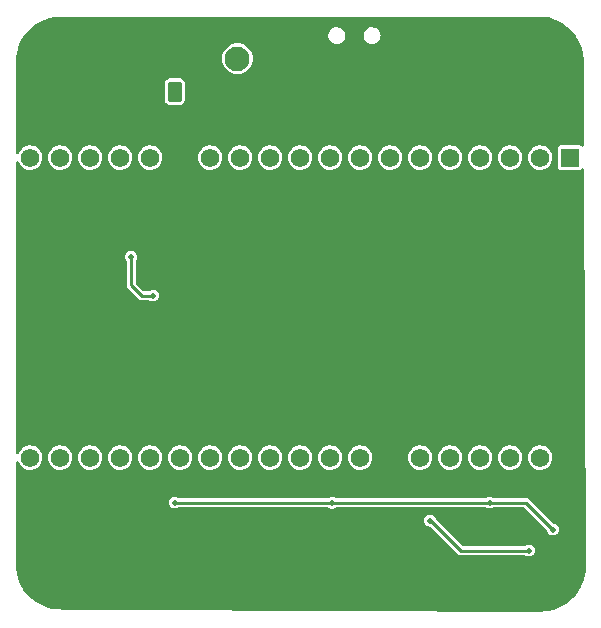
<source format=gbr>
%TF.GenerationSoftware,KiCad,Pcbnew,(6.0.8)*%
%TF.CreationDate,2023-01-25T20:09:53-08:00*%
%TF.ProjectId,GN-ESSP32,474e2d45-5353-4503-9332-2e6b69636164,rev?*%
%TF.SameCoordinates,Original*%
%TF.FileFunction,Copper,L2,Bot*%
%TF.FilePolarity,Positive*%
%FSLAX46Y46*%
G04 Gerber Fmt 4.6, Leading zero omitted, Abs format (unit mm)*
G04 Created by KiCad (PCBNEW (6.0.8)) date 2023-01-25 20:09:53*
%MOMM*%
%LPD*%
G01*
G04 APERTURE LIST*
G04 Aperture macros list*
%AMRoundRect*
0 Rectangle with rounded corners*
0 $1 Rounding radius*
0 $2 $3 $4 $5 $6 $7 $8 $9 X,Y pos of 4 corners*
0 Add a 4 corners polygon primitive as box body*
4,1,4,$2,$3,$4,$5,$6,$7,$8,$9,$2,$3,0*
0 Add four circle primitives for the rounded corners*
1,1,$1+$1,$2,$3*
1,1,$1+$1,$4,$5*
1,1,$1+$1,$6,$7*
1,1,$1+$1,$8,$9*
0 Add four rect primitives between the rounded corners*
20,1,$1+$1,$2,$3,$4,$5,0*
20,1,$1+$1,$4,$5,$6,$7,0*
20,1,$1+$1,$6,$7,$8,$9,0*
20,1,$1+$1,$8,$9,$2,$3,0*%
G04 Aperture macros list end*
%TA.AperFunction,ComponentPad*%
%ADD10RoundRect,0.250000X0.350000X0.625000X-0.350000X0.625000X-0.350000X-0.625000X0.350000X-0.625000X0*%
%TD*%
%TA.AperFunction,ComponentPad*%
%ADD11O,1.200000X1.750000*%
%TD*%
%TA.AperFunction,ComponentPad*%
%ADD12R,1.560000X1.560000*%
%TD*%
%TA.AperFunction,ComponentPad*%
%ADD13C,1.560000*%
%TD*%
%TA.AperFunction,ComponentPad*%
%ADD14R,2.100000X2.100000*%
%TD*%
%TA.AperFunction,ComponentPad*%
%ADD15C,2.100000*%
%TD*%
%TA.AperFunction,ComponentPad*%
%ADD16C,3.600000*%
%TD*%
%TA.AperFunction,ConnectorPad*%
%ADD17C,5.600000*%
%TD*%
%TA.AperFunction,ViaPad*%
%ADD18C,0.500000*%
%TD*%
%TA.AperFunction,Conductor*%
%ADD19C,0.250000*%
%TD*%
G04 APERTURE END LIST*
D10*
%TO.P,J5,1,Pin_1*%
%TO.N,Net-(C3-Pad1)*%
X151892000Y-82804000D03*
D11*
%TO.P,J5,2,Pin_2*%
%TO.N,GND*%
X149892000Y-82804000D03*
%TD*%
D12*
%TO.P,U4,1,3V3*%
%TO.N,+3.3V*%
X185368000Y-88392000D03*
D13*
%TO.P,U4,2,EN*%
%TO.N,unconnected-(U4-Pad2)*%
X182828000Y-88392000D03*
%TO.P,U4,3,SENSOR_VP*%
%TO.N,unconnected-(U4-Pad3)*%
X180288000Y-88392000D03*
%TO.P,U4,4,SENSOR_VN*%
%TO.N,unconnected-(U4-Pad4)*%
X177748000Y-88392000D03*
%TO.P,U4,5,IO34*%
%TO.N,unconnected-(U4-Pad5)*%
X175208000Y-88392000D03*
%TO.P,U4,6,IO35*%
%TO.N,unconnected-(U4-Pad6)*%
X172668000Y-88392000D03*
%TO.P,U4,7,IO32*%
%TO.N,unconnected-(U4-Pad7)*%
X170128000Y-88392000D03*
%TO.P,U4,8,IO33*%
%TO.N,unconnected-(U4-Pad8)*%
X167588000Y-88392000D03*
%TO.P,U4,9,IO25*%
%TO.N,unconnected-(U4-Pad9)*%
X165048000Y-88392000D03*
%TO.P,U4,10,IO26*%
%TO.N,unconnected-(U4-Pad10)*%
X162508000Y-88392000D03*
%TO.P,U4,11,IO27*%
%TO.N,unconnected-(U4-Pad11)*%
X159968000Y-88392000D03*
%TO.P,U4,12,IO14*%
%TO.N,unconnected-(U4-Pad12)*%
X157428000Y-88392000D03*
%TO.P,U4,13,IO12*%
%TO.N,unconnected-(U4-Pad13)*%
X154888000Y-88392000D03*
%TO.P,U4,14,GND1*%
%TO.N,GND*%
X152348000Y-88392000D03*
%TO.P,U4,15,IO13*%
%TO.N,unconnected-(U4-Pad15)*%
X149808000Y-88392000D03*
%TO.P,U4,16,SD2*%
%TO.N,unconnected-(U4-Pad16)*%
X147268000Y-88392000D03*
%TO.P,U4,17,SD3*%
%TO.N,unconnected-(U4-Pad17)*%
X144728000Y-88392000D03*
%TO.P,U4,18,CMD*%
%TO.N,unconnected-(U4-Pad18)*%
X142188000Y-88392000D03*
%TO.P,U4,19,EXT_5V*%
%TO.N,unconnected-(U4-Pad19)*%
X139648000Y-88392000D03*
%TO.P,U4,20,GND3*%
%TO.N,GND*%
X185368000Y-113792000D03*
%TO.P,U4,21,IO23*%
%TO.N,unconnected-(U4-Pad21)*%
X182828000Y-113792000D03*
%TO.P,U4,22,IO22*%
%TO.N,SCL*%
X180288000Y-113792000D03*
%TO.P,U4,23,TXD0*%
%TO.N,unconnected-(U4-Pad23)*%
X177748000Y-113792000D03*
%TO.P,U4,24,RXD0*%
%TO.N,unconnected-(U4-Pad24)*%
X175208000Y-113792000D03*
%TO.P,U4,25,IO21*%
%TO.N,SDA*%
X172668000Y-113792000D03*
%TO.P,U4,26,GND2*%
%TO.N,GND*%
X170128000Y-113792000D03*
%TO.P,U4,27,IO19*%
%TO.N,unconnected-(U4-Pad27)*%
X167588000Y-113792000D03*
%TO.P,U4,28,IO18*%
%TO.N,unconnected-(U4-Pad28)*%
X165048000Y-113792000D03*
%TO.P,U4,29,IO5*%
%TO.N,unconnected-(U4-Pad29)*%
X162508000Y-113792000D03*
%TO.P,U4,30,IO17*%
%TO.N,unconnected-(U4-Pad30)*%
X159968000Y-113792000D03*
%TO.P,U4,31,IO16*%
%TO.N,unconnected-(U4-Pad31)*%
X157428000Y-113792000D03*
%TO.P,U4,32,IO4*%
%TO.N,unconnected-(U4-Pad32)*%
X154888000Y-113792000D03*
%TO.P,U4,33,IO0*%
%TO.N,unconnected-(U4-Pad33)*%
X152348000Y-113792000D03*
%TO.P,U4,34,IO2*%
%TO.N,unconnected-(U4-Pad34)*%
X149808000Y-113792000D03*
%TO.P,U4,35,IO15*%
%TO.N,unconnected-(U4-Pad35)*%
X147268000Y-113792000D03*
%TO.P,U4,36,SD1*%
%TO.N,unconnected-(U4-Pad36)*%
X144728000Y-113792000D03*
%TO.P,U4,37,SD0*%
%TO.N,unconnected-(U4-Pad37)*%
X142188000Y-113792000D03*
%TO.P,U4,38,CLK*%
%TO.N,unconnected-(U4-Pad38)*%
X139648000Y-113792000D03*
%TD*%
D14*
%TO.P,J4,1,Pin_1*%
%TO.N,GND*%
X159737596Y-80010000D03*
D15*
%TO.P,J4,2,Pin_2*%
%TO.N,Net-(D1-Pad2)*%
X157197596Y-80010000D03*
%TD*%
D16*
%TO.P,H2,1,1*%
%TO.N,GND*%
X182880000Y-109220000D03*
D17*
X182880000Y-109220000D03*
%TD*%
%TO.P,H1,1,1*%
%TO.N,GND*%
X182705682Y-80264000D03*
D16*
X182705682Y-80264000D03*
%TD*%
D17*
%TO.P,H3,1,1*%
%TO.N,GND*%
X142240000Y-109220000D03*
D16*
X142240000Y-109220000D03*
%TD*%
D17*
%TO.P,H4,1,1*%
%TO.N,GND*%
X142240000Y-80264000D03*
D16*
X142240000Y-80264000D03*
%TD*%
D18*
%TO.N,GND*%
X144526000Y-91948000D03*
X152146000Y-99314000D03*
X148590000Y-95758000D03*
X169926000Y-119126000D03*
X152146000Y-95758000D03*
X150368000Y-97536000D03*
X142240000Y-86868000D03*
X145258500Y-87122000D03*
X141986000Y-91948000D03*
X156718000Y-119126000D03*
X179070000Y-119380000D03*
X176530000Y-112268000D03*
%TO.N,SDA*%
X173482000Y-119126000D03*
X181864000Y-121666000D03*
%TO.N,+3.3V*%
X151892000Y-117602000D03*
X178562000Y-117602000D03*
X183896000Y-119888000D03*
X165213352Y-117613979D03*
%TO.N,OUT*%
X148199112Y-96801435D03*
X150051503Y-100076000D03*
%TD*%
D19*
%TO.N,+3.3V*%
X181610000Y-117602000D02*
X178562000Y-117602000D01*
X183896000Y-119888000D02*
X181610000Y-117602000D01*
%TO.N,SDA*%
X181864000Y-121666000D02*
X176094000Y-121666000D01*
X176094000Y-121666000D02*
X173498000Y-119070000D01*
%TO.N,+3.3V*%
X165213352Y-117613979D02*
X178550021Y-117613979D01*
X178550021Y-117613979D02*
X178562000Y-117602000D01*
X165201373Y-117602000D02*
X165213352Y-117613979D01*
X151892000Y-117602000D02*
X165201373Y-117602000D01*
%TO.N,OUT*%
X148199112Y-96801435D02*
X148199112Y-99177112D01*
X149098000Y-100076000D02*
X150051503Y-100076000D01*
X148199112Y-99177112D02*
X149098000Y-100076000D01*
%TD*%
%TA.AperFunction,Conductor*%
%TO.N,GND*%
G36*
X182692786Y-76456921D02*
G01*
X182705683Y-76459486D01*
X182717856Y-76457064D01*
X182730264Y-76457064D01*
X182741307Y-76456250D01*
X182957772Y-76466883D01*
X183072904Y-76472539D01*
X183085199Y-76473750D01*
X183222832Y-76494165D01*
X183442758Y-76526788D01*
X183454885Y-76529200D01*
X183805517Y-76617027D01*
X183817349Y-76620616D01*
X184157697Y-76742392D01*
X184169104Y-76747117D01*
X184495884Y-76901670D01*
X184506783Y-76907496D01*
X184816830Y-77093331D01*
X184827111Y-77100201D01*
X185117442Y-77315524D01*
X185127000Y-77323368D01*
X185394825Y-77566109D01*
X185403568Y-77574852D01*
X185646326Y-77842692D01*
X185654171Y-77852251D01*
X185869490Y-78142575D01*
X185876360Y-78152856D01*
X186062194Y-78462899D01*
X186068023Y-78473804D01*
X186222574Y-78800577D01*
X186227305Y-78812001D01*
X186349075Y-79152322D01*
X186352665Y-79164154D01*
X186440498Y-79514800D01*
X186442909Y-79526925D01*
X186480049Y-79777296D01*
X186495948Y-79884480D01*
X186497160Y-79896786D01*
X186513446Y-80228303D01*
X186512617Y-80239546D01*
X186512617Y-80251829D01*
X186510196Y-80264000D01*
X186512617Y-80276171D01*
X186512913Y-80277659D01*
X186515334Y-80301724D01*
X186544026Y-87339778D01*
X186524302Y-87407980D01*
X186470836Y-87454691D01*
X186400604Y-87465082D01*
X186336595Y-87436164D01*
X186331484Y-87428516D01*
X186247301Y-87372266D01*
X186173067Y-87357500D01*
X185368131Y-87357500D01*
X184562934Y-87357501D01*
X184527182Y-87364612D01*
X184500874Y-87369844D01*
X184500872Y-87369845D01*
X184488699Y-87372266D01*
X184478379Y-87379161D01*
X184478378Y-87379162D01*
X184435250Y-87407980D01*
X184404516Y-87428516D01*
X184348266Y-87512699D01*
X184333500Y-87586933D01*
X184333501Y-89197066D01*
X184348266Y-89271301D01*
X184404516Y-89355484D01*
X184488699Y-89411734D01*
X184562933Y-89426500D01*
X185367869Y-89426500D01*
X186173066Y-89426499D01*
X186208818Y-89419388D01*
X186235126Y-89414156D01*
X186235128Y-89414155D01*
X186247301Y-89411734D01*
X186257621Y-89404839D01*
X186257622Y-89404838D01*
X186318015Y-89364484D01*
X186331484Y-89355484D01*
X186337945Y-89345815D01*
X186399784Y-89312047D01*
X186470599Y-89317112D01*
X186527435Y-89359659D01*
X186552246Y-89426179D01*
X186552566Y-89434654D01*
X186689345Y-122985941D01*
X186686935Y-123010950D01*
X186686935Y-123010989D01*
X186684514Y-123023162D01*
X186686936Y-123035335D01*
X186686936Y-123047741D01*
X186687751Y-123058783D01*
X186679422Y-123228358D01*
X186671464Y-123390378D01*
X186670253Y-123402677D01*
X186617217Y-123760238D01*
X186614805Y-123772366D01*
X186526977Y-124123005D01*
X186523388Y-124134837D01*
X186401615Y-124475179D01*
X186396884Y-124486601D01*
X186322145Y-124644628D01*
X186242338Y-124813369D01*
X186236511Y-124824270D01*
X186151989Y-124965288D01*
X186050681Y-125134313D01*
X186043814Y-125144591D01*
X185929297Y-125299002D01*
X185828484Y-125434934D01*
X185820639Y-125444493D01*
X185577893Y-125712324D01*
X185569156Y-125721062D01*
X185301321Y-125963816D01*
X185291766Y-125971658D01*
X185001413Y-126186999D01*
X184991161Y-126193849D01*
X184816126Y-126298762D01*
X184681098Y-126379695D01*
X184670209Y-126385516D01*
X184343425Y-126540074D01*
X184332015Y-126544800D01*
X184014390Y-126658449D01*
X183991682Y-126666574D01*
X183979849Y-126670164D01*
X183805428Y-126713855D01*
X183629198Y-126757999D01*
X183617077Y-126760409D01*
X183259517Y-126813449D01*
X183247223Y-126814659D01*
X182915784Y-126830942D01*
X182904293Y-126830094D01*
X182892172Y-126830094D01*
X182880000Y-126827673D01*
X182867830Y-126830094D01*
X182867740Y-126830094D01*
X182842793Y-126832498D01*
X148105981Y-126683500D01*
X142277747Y-126658501D01*
X142253705Y-126656081D01*
X142252688Y-126655879D01*
X142240000Y-126653355D01*
X142227831Y-126655775D01*
X142215431Y-126655775D01*
X142204376Y-126656590D01*
X141989672Y-126646043D01*
X141872780Y-126640300D01*
X141860484Y-126639089D01*
X141749018Y-126622555D01*
X141502925Y-126586051D01*
X141490798Y-126583639D01*
X141140165Y-126495811D01*
X141128332Y-126492222D01*
X140787989Y-126370446D01*
X140776566Y-126365714D01*
X140449795Y-126211165D01*
X140438908Y-126205346D01*
X140128849Y-126019506D01*
X140118573Y-126012639D01*
X139828238Y-125797313D01*
X139818680Y-125789469D01*
X139550852Y-125546727D01*
X139542109Y-125537984D01*
X139299356Y-125270150D01*
X139291511Y-125260592D01*
X139076180Y-124970255D01*
X139069311Y-124959974D01*
X138883480Y-124649938D01*
X138877651Y-124639033D01*
X138800152Y-124475179D01*
X138723098Y-124312265D01*
X138718368Y-124300846D01*
X138596594Y-123960515D01*
X138593004Y-123948683D01*
X138505168Y-123598038D01*
X138502756Y-123585910D01*
X138449715Y-123228358D01*
X138448503Y-123216053D01*
X138432218Y-122884626D01*
X138433065Y-122873136D01*
X138433065Y-122861010D01*
X138435486Y-122848838D01*
X138432921Y-122835943D01*
X138430500Y-122811361D01*
X138430500Y-119119773D01*
X172972350Y-119119773D01*
X172991088Y-119263065D01*
X173049289Y-119395339D01*
X173142276Y-119505960D01*
X173149747Y-119510933D01*
X173149748Y-119510934D01*
X173255101Y-119581063D01*
X173255103Y-119581064D01*
X173262574Y-119586037D01*
X173271138Y-119588713D01*
X173271141Y-119588714D01*
X173328365Y-119606592D01*
X173400510Y-119629132D01*
X173471843Y-119630439D01*
X173539585Y-119651686D01*
X173558629Y-119667323D01*
X175787522Y-121896216D01*
X175802664Y-121914964D01*
X175803779Y-121916189D01*
X175809429Y-121924940D01*
X175817607Y-121931387D01*
X175817609Y-121931389D01*
X175835800Y-121945729D01*
X175840244Y-121949678D01*
X175840306Y-121949604D01*
X175844263Y-121952957D01*
X175847944Y-121956638D01*
X175863654Y-121967865D01*
X175868380Y-121971413D01*
X175908647Y-122003156D01*
X175917284Y-122006189D01*
X175924734Y-122011513D01*
X175934710Y-122014497D01*
X175934711Y-122014497D01*
X175950046Y-122019083D01*
X175973849Y-122026202D01*
X175979486Y-122028034D01*
X176020367Y-122042390D01*
X176027851Y-122045018D01*
X176033416Y-122045500D01*
X176036124Y-122045500D01*
X176038758Y-122045614D01*
X176038856Y-122045643D01*
X176038849Y-122045807D01*
X176039553Y-122045851D01*
X176045778Y-122047713D01*
X176099635Y-122045597D01*
X176104582Y-122045500D01*
X181485484Y-122045500D01*
X181555303Y-122066613D01*
X181637101Y-122121063D01*
X181637103Y-122121064D01*
X181644574Y-122126037D01*
X181653138Y-122128713D01*
X181653141Y-122128714D01*
X181713542Y-122147584D01*
X181782510Y-122169132D01*
X181926998Y-122171780D01*
X181946530Y-122166455D01*
X182057763Y-122136130D01*
X182057765Y-122136129D01*
X182066422Y-122133769D01*
X182189572Y-122058154D01*
X182286551Y-121951014D01*
X182349560Y-121820962D01*
X182373536Y-121678453D01*
X182373688Y-121666000D01*
X182353201Y-121522948D01*
X182293388Y-121391395D01*
X182287530Y-121384596D01*
X182287527Y-121384592D01*
X182204916Y-121288718D01*
X182204913Y-121288716D01*
X182199056Y-121281918D01*
X182077790Y-121203317D01*
X182060921Y-121198272D01*
X181947938Y-121164482D01*
X181947936Y-121164482D01*
X181939337Y-121161910D01*
X181930363Y-121161855D01*
X181930361Y-121161855D01*
X181867082Y-121161469D01*
X181794827Y-121161028D01*
X181786196Y-121163495D01*
X181786194Y-121163495D01*
X181664509Y-121198272D01*
X181664505Y-121198274D01*
X181655879Y-121200739D01*
X181578447Y-121249595D01*
X181550764Y-121267062D01*
X181483528Y-121286500D01*
X176303384Y-121286500D01*
X176235263Y-121266498D01*
X176214289Y-121249595D01*
X174001857Y-119037163D01*
X173971670Y-118986219D01*
X173971201Y-118982948D01*
X173911388Y-118851395D01*
X173905530Y-118844596D01*
X173905527Y-118844592D01*
X173822916Y-118748718D01*
X173822913Y-118748716D01*
X173817056Y-118741918D01*
X173695790Y-118663317D01*
X173678921Y-118658272D01*
X173565938Y-118624482D01*
X173565936Y-118624482D01*
X173557337Y-118621910D01*
X173548363Y-118621855D01*
X173548361Y-118621855D01*
X173485082Y-118621469D01*
X173412827Y-118621028D01*
X173404196Y-118623495D01*
X173404194Y-118623495D01*
X173282509Y-118658272D01*
X173282505Y-118658274D01*
X173273879Y-118660739D01*
X173151661Y-118737853D01*
X173055999Y-118846170D01*
X172994583Y-118976982D01*
X172993203Y-118985846D01*
X172993202Y-118985849D01*
X172985213Y-119037163D01*
X172972350Y-119119773D01*
X138430500Y-119119773D01*
X138430500Y-117595773D01*
X151382350Y-117595773D01*
X151401088Y-117739065D01*
X151459289Y-117871339D01*
X151552276Y-117981960D01*
X151559747Y-117986933D01*
X151559748Y-117986934D01*
X151665101Y-118057063D01*
X151665103Y-118057064D01*
X151672574Y-118062037D01*
X151681138Y-118064713D01*
X151681141Y-118064714D01*
X151719484Y-118076693D01*
X151810510Y-118105132D01*
X151954998Y-118107780D01*
X151974530Y-118102455D01*
X152085763Y-118072130D01*
X152085765Y-118072129D01*
X152094422Y-118069769D01*
X152207848Y-118000125D01*
X152273776Y-117981500D01*
X164816840Y-117981500D01*
X164886659Y-118002613D01*
X164986453Y-118069042D01*
X164986455Y-118069043D01*
X164993926Y-118074016D01*
X165002490Y-118076692D01*
X165002493Y-118076693D01*
X165062894Y-118095563D01*
X165131862Y-118117111D01*
X165276350Y-118119759D01*
X165320289Y-118107780D01*
X165407115Y-118084109D01*
X165407117Y-118084108D01*
X165415774Y-118081748D01*
X165529200Y-118012104D01*
X165595128Y-117993479D01*
X178201480Y-117993479D01*
X178271299Y-118014592D01*
X178335101Y-118057063D01*
X178335103Y-118057064D01*
X178342574Y-118062037D01*
X178351138Y-118064713D01*
X178351141Y-118064714D01*
X178389484Y-118076693D01*
X178480510Y-118105132D01*
X178624998Y-118107780D01*
X178644530Y-118102455D01*
X178755763Y-118072130D01*
X178755765Y-118072129D01*
X178764422Y-118069769D01*
X178877848Y-118000125D01*
X178943776Y-117981500D01*
X181400616Y-117981500D01*
X181468737Y-118001502D01*
X181489711Y-118018405D01*
X183361068Y-119889762D01*
X183395094Y-119952074D01*
X183396908Y-119962515D01*
X183405088Y-120025065D01*
X183463289Y-120157339D01*
X183556276Y-120267960D01*
X183563747Y-120272933D01*
X183563748Y-120272934D01*
X183669101Y-120343063D01*
X183669103Y-120343064D01*
X183676574Y-120348037D01*
X183685138Y-120350713D01*
X183685141Y-120350714D01*
X183745542Y-120369585D01*
X183814510Y-120391132D01*
X183958998Y-120393780D01*
X183978530Y-120388455D01*
X184089763Y-120358130D01*
X184089765Y-120358129D01*
X184098422Y-120355769D01*
X184221572Y-120280154D01*
X184318551Y-120173014D01*
X184381560Y-120042962D01*
X184405536Y-119900453D01*
X184405688Y-119888000D01*
X184385201Y-119744948D01*
X184325388Y-119613395D01*
X184319530Y-119606596D01*
X184319527Y-119606592D01*
X184236916Y-119510718D01*
X184236913Y-119510716D01*
X184231056Y-119503918D01*
X184109790Y-119425317D01*
X184101190Y-119422745D01*
X183979938Y-119386482D01*
X183979936Y-119386482D01*
X183971337Y-119383910D01*
X183963279Y-119383861D01*
X183899282Y-119354203D01*
X183893228Y-119348534D01*
X181916478Y-117371784D01*
X181901336Y-117353036D01*
X181900221Y-117351811D01*
X181894571Y-117343060D01*
X181886393Y-117336613D01*
X181886391Y-117336611D01*
X181868200Y-117322271D01*
X181863759Y-117318325D01*
X181863697Y-117318398D01*
X181859733Y-117315039D01*
X181856056Y-117311362D01*
X181840308Y-117300108D01*
X181835638Y-117296602D01*
X181795353Y-117264844D01*
X181786719Y-117261812D01*
X181779266Y-117256486D01*
X181730150Y-117241797D01*
X181724508Y-117239964D01*
X181683633Y-117225610D01*
X181683632Y-117225610D01*
X181676149Y-117222982D01*
X181670584Y-117222500D01*
X181667876Y-117222500D01*
X181665242Y-117222386D01*
X181665144Y-117222357D01*
X181665151Y-117222193D01*
X181664447Y-117222149D01*
X181658222Y-117220287D01*
X181604365Y-117222403D01*
X181599418Y-117222500D01*
X178941388Y-117222500D01*
X178872856Y-117202232D01*
X178783324Y-117144200D01*
X178783322Y-117144199D01*
X178775790Y-117139317D01*
X178758921Y-117134272D01*
X178645938Y-117100482D01*
X178645936Y-117100482D01*
X178637337Y-117097910D01*
X178628363Y-117097855D01*
X178628361Y-117097855D01*
X178565082Y-117097469D01*
X178492827Y-117097028D01*
X178484196Y-117099495D01*
X178484194Y-117099495D01*
X178362509Y-117134272D01*
X178362505Y-117134274D01*
X178353879Y-117136739D01*
X178346292Y-117141526D01*
X178346290Y-117141527D01*
X178250079Y-117202232D01*
X178231661Y-117213853D01*
X178229885Y-117211038D01*
X178179847Y-117233352D01*
X178163029Y-117234479D01*
X165592740Y-117234479D01*
X165524208Y-117214211D01*
X165434676Y-117156179D01*
X165434674Y-117156178D01*
X165427142Y-117151296D01*
X165403415Y-117144200D01*
X165297290Y-117112461D01*
X165297288Y-117112461D01*
X165288689Y-117109889D01*
X165279715Y-117109834D01*
X165279713Y-117109834D01*
X165216434Y-117109448D01*
X165144179Y-117109007D01*
X165135548Y-117111474D01*
X165135546Y-117111474D01*
X165013861Y-117146251D01*
X165013857Y-117146253D01*
X165005231Y-117148718D01*
X164997640Y-117153507D01*
X164997639Y-117153508D01*
X164919100Y-117203062D01*
X164851865Y-117222500D01*
X152271388Y-117222500D01*
X152202856Y-117202232D01*
X152113324Y-117144200D01*
X152113322Y-117144199D01*
X152105790Y-117139317D01*
X152088921Y-117134272D01*
X151975938Y-117100482D01*
X151975936Y-117100482D01*
X151967337Y-117097910D01*
X151958363Y-117097855D01*
X151958361Y-117097855D01*
X151895082Y-117097469D01*
X151822827Y-117097028D01*
X151814196Y-117099495D01*
X151814194Y-117099495D01*
X151692509Y-117134272D01*
X151692505Y-117134274D01*
X151683879Y-117136739D01*
X151676292Y-117141526D01*
X151676290Y-117141527D01*
X151569254Y-117209062D01*
X151561661Y-117213853D01*
X151555718Y-117220582D01*
X151555717Y-117220583D01*
X151510932Y-117271293D01*
X151465999Y-117322170D01*
X151404583Y-117452982D01*
X151382350Y-117595773D01*
X138430500Y-117595773D01*
X138430500Y-114195891D01*
X138450502Y-114127770D01*
X138504158Y-114081277D01*
X138574432Y-114071173D01*
X138639012Y-114100667D01*
X138677619Y-114161161D01*
X138681492Y-114174668D01*
X138684310Y-114180150D01*
X138684311Y-114180154D01*
X138771406Y-114349623D01*
X138771409Y-114349627D01*
X138774226Y-114355109D01*
X138900242Y-114514102D01*
X138904935Y-114518096D01*
X138904936Y-114518097D01*
X138930810Y-114540117D01*
X139054740Y-114645590D01*
X139231835Y-114744565D01*
X139424781Y-114807257D01*
X139626230Y-114831278D01*
X139632365Y-114830806D01*
X139632367Y-114830806D01*
X139822366Y-114816187D01*
X139822370Y-114816186D01*
X139828508Y-114815714D01*
X139834440Y-114814058D01*
X139834444Y-114814057D01*
X139926210Y-114788435D01*
X140023911Y-114761156D01*
X140204995Y-114669684D01*
X140231986Y-114648597D01*
X140360008Y-114548575D01*
X140360009Y-114548575D01*
X140364864Y-114544781D01*
X140387897Y-114518097D01*
X140493398Y-114395873D01*
X140493399Y-114395871D01*
X140497427Y-114391205D01*
X140597636Y-114214805D01*
X140661674Y-114022301D01*
X140667838Y-113973509D01*
X140686659Y-113824528D01*
X140686660Y-113824519D01*
X140687101Y-113821025D01*
X140687506Y-113792000D01*
X140686083Y-113777486D01*
X141148595Y-113777486D01*
X141165572Y-113979651D01*
X141221492Y-114174668D01*
X141224310Y-114180150D01*
X141224311Y-114180154D01*
X141311406Y-114349623D01*
X141311409Y-114349627D01*
X141314226Y-114355109D01*
X141440242Y-114514102D01*
X141444935Y-114518096D01*
X141444936Y-114518097D01*
X141470810Y-114540117D01*
X141594740Y-114645590D01*
X141771835Y-114744565D01*
X141964781Y-114807257D01*
X142166230Y-114831278D01*
X142172365Y-114830806D01*
X142172367Y-114830806D01*
X142362366Y-114816187D01*
X142362370Y-114816186D01*
X142368508Y-114815714D01*
X142374440Y-114814058D01*
X142374444Y-114814057D01*
X142466210Y-114788435D01*
X142563911Y-114761156D01*
X142744995Y-114669684D01*
X142771986Y-114648597D01*
X142900008Y-114548575D01*
X142900009Y-114548575D01*
X142904864Y-114544781D01*
X142927897Y-114518097D01*
X143033398Y-114395873D01*
X143033399Y-114395871D01*
X143037427Y-114391205D01*
X143137636Y-114214805D01*
X143201674Y-114022301D01*
X143207838Y-113973509D01*
X143226659Y-113824528D01*
X143226660Y-113824519D01*
X143227101Y-113821025D01*
X143227506Y-113792000D01*
X143226083Y-113777486D01*
X143688595Y-113777486D01*
X143705572Y-113979651D01*
X143761492Y-114174668D01*
X143764310Y-114180150D01*
X143764311Y-114180154D01*
X143851406Y-114349623D01*
X143851409Y-114349627D01*
X143854226Y-114355109D01*
X143980242Y-114514102D01*
X143984935Y-114518096D01*
X143984936Y-114518097D01*
X144010810Y-114540117D01*
X144134740Y-114645590D01*
X144311835Y-114744565D01*
X144504781Y-114807257D01*
X144706230Y-114831278D01*
X144712365Y-114830806D01*
X144712367Y-114830806D01*
X144902366Y-114816187D01*
X144902370Y-114816186D01*
X144908508Y-114815714D01*
X144914440Y-114814058D01*
X144914444Y-114814057D01*
X145006210Y-114788435D01*
X145103911Y-114761156D01*
X145284995Y-114669684D01*
X145311986Y-114648597D01*
X145440008Y-114548575D01*
X145440009Y-114548575D01*
X145444864Y-114544781D01*
X145467897Y-114518097D01*
X145573398Y-114395873D01*
X145573399Y-114395871D01*
X145577427Y-114391205D01*
X145677636Y-114214805D01*
X145741674Y-114022301D01*
X145747838Y-113973509D01*
X145766659Y-113824528D01*
X145766660Y-113824519D01*
X145767101Y-113821025D01*
X145767506Y-113792000D01*
X145766083Y-113777486D01*
X146228595Y-113777486D01*
X146245572Y-113979651D01*
X146301492Y-114174668D01*
X146304310Y-114180150D01*
X146304311Y-114180154D01*
X146391406Y-114349623D01*
X146391409Y-114349627D01*
X146394226Y-114355109D01*
X146520242Y-114514102D01*
X146524935Y-114518096D01*
X146524936Y-114518097D01*
X146550810Y-114540117D01*
X146674740Y-114645590D01*
X146851835Y-114744565D01*
X147044781Y-114807257D01*
X147246230Y-114831278D01*
X147252365Y-114830806D01*
X147252367Y-114830806D01*
X147442366Y-114816187D01*
X147442370Y-114816186D01*
X147448508Y-114815714D01*
X147454440Y-114814058D01*
X147454444Y-114814057D01*
X147546210Y-114788435D01*
X147643911Y-114761156D01*
X147824995Y-114669684D01*
X147851986Y-114648597D01*
X147980008Y-114548575D01*
X147980009Y-114548575D01*
X147984864Y-114544781D01*
X148007897Y-114518097D01*
X148113398Y-114395873D01*
X148113399Y-114395871D01*
X148117427Y-114391205D01*
X148217636Y-114214805D01*
X148281674Y-114022301D01*
X148287838Y-113973509D01*
X148306659Y-113824528D01*
X148306660Y-113824519D01*
X148307101Y-113821025D01*
X148307506Y-113792000D01*
X148306083Y-113777486D01*
X148768595Y-113777486D01*
X148785572Y-113979651D01*
X148841492Y-114174668D01*
X148844310Y-114180150D01*
X148844311Y-114180154D01*
X148931406Y-114349623D01*
X148931409Y-114349627D01*
X148934226Y-114355109D01*
X149060242Y-114514102D01*
X149064935Y-114518096D01*
X149064936Y-114518097D01*
X149090810Y-114540117D01*
X149214740Y-114645590D01*
X149391835Y-114744565D01*
X149584781Y-114807257D01*
X149786230Y-114831278D01*
X149792365Y-114830806D01*
X149792367Y-114830806D01*
X149982366Y-114816187D01*
X149982370Y-114816186D01*
X149988508Y-114815714D01*
X149994440Y-114814058D01*
X149994444Y-114814057D01*
X150086210Y-114788435D01*
X150183911Y-114761156D01*
X150364995Y-114669684D01*
X150391986Y-114648597D01*
X150520008Y-114548575D01*
X150520009Y-114548575D01*
X150524864Y-114544781D01*
X150547897Y-114518097D01*
X150653398Y-114395873D01*
X150653399Y-114395871D01*
X150657427Y-114391205D01*
X150757636Y-114214805D01*
X150821674Y-114022301D01*
X150827838Y-113973509D01*
X150846659Y-113824528D01*
X150846660Y-113824519D01*
X150847101Y-113821025D01*
X150847506Y-113792000D01*
X150846083Y-113777486D01*
X151308595Y-113777486D01*
X151325572Y-113979651D01*
X151381492Y-114174668D01*
X151384310Y-114180150D01*
X151384311Y-114180154D01*
X151471406Y-114349623D01*
X151471409Y-114349627D01*
X151474226Y-114355109D01*
X151600242Y-114514102D01*
X151604935Y-114518096D01*
X151604936Y-114518097D01*
X151630810Y-114540117D01*
X151754740Y-114645590D01*
X151931835Y-114744565D01*
X152124781Y-114807257D01*
X152326230Y-114831278D01*
X152332365Y-114830806D01*
X152332367Y-114830806D01*
X152522366Y-114816187D01*
X152522370Y-114816186D01*
X152528508Y-114815714D01*
X152534440Y-114814058D01*
X152534444Y-114814057D01*
X152626210Y-114788435D01*
X152723911Y-114761156D01*
X152904995Y-114669684D01*
X152931986Y-114648597D01*
X153060008Y-114548575D01*
X153060009Y-114548575D01*
X153064864Y-114544781D01*
X153087897Y-114518097D01*
X153193398Y-114395873D01*
X153193399Y-114395871D01*
X153197427Y-114391205D01*
X153297636Y-114214805D01*
X153361674Y-114022301D01*
X153367838Y-113973509D01*
X153386659Y-113824528D01*
X153386660Y-113824519D01*
X153387101Y-113821025D01*
X153387506Y-113792000D01*
X153386083Y-113777486D01*
X153848595Y-113777486D01*
X153865572Y-113979651D01*
X153921492Y-114174668D01*
X153924310Y-114180150D01*
X153924311Y-114180154D01*
X154011406Y-114349623D01*
X154011409Y-114349627D01*
X154014226Y-114355109D01*
X154140242Y-114514102D01*
X154144935Y-114518096D01*
X154144936Y-114518097D01*
X154170810Y-114540117D01*
X154294740Y-114645590D01*
X154471835Y-114744565D01*
X154664781Y-114807257D01*
X154866230Y-114831278D01*
X154872365Y-114830806D01*
X154872367Y-114830806D01*
X155062366Y-114816187D01*
X155062370Y-114816186D01*
X155068508Y-114815714D01*
X155074440Y-114814058D01*
X155074444Y-114814057D01*
X155166210Y-114788435D01*
X155263911Y-114761156D01*
X155444995Y-114669684D01*
X155471986Y-114648597D01*
X155600008Y-114548575D01*
X155600009Y-114548575D01*
X155604864Y-114544781D01*
X155627897Y-114518097D01*
X155733398Y-114395873D01*
X155733399Y-114395871D01*
X155737427Y-114391205D01*
X155837636Y-114214805D01*
X155901674Y-114022301D01*
X155907838Y-113973509D01*
X155926659Y-113824528D01*
X155926660Y-113824519D01*
X155927101Y-113821025D01*
X155927506Y-113792000D01*
X155926083Y-113777486D01*
X156388595Y-113777486D01*
X156405572Y-113979651D01*
X156461492Y-114174668D01*
X156464310Y-114180150D01*
X156464311Y-114180154D01*
X156551406Y-114349623D01*
X156551409Y-114349627D01*
X156554226Y-114355109D01*
X156680242Y-114514102D01*
X156684935Y-114518096D01*
X156684936Y-114518097D01*
X156710810Y-114540117D01*
X156834740Y-114645590D01*
X157011835Y-114744565D01*
X157204781Y-114807257D01*
X157406230Y-114831278D01*
X157412365Y-114830806D01*
X157412367Y-114830806D01*
X157602366Y-114816187D01*
X157602370Y-114816186D01*
X157608508Y-114815714D01*
X157614440Y-114814058D01*
X157614444Y-114814057D01*
X157706210Y-114788435D01*
X157803911Y-114761156D01*
X157984995Y-114669684D01*
X158011986Y-114648597D01*
X158140008Y-114548575D01*
X158140009Y-114548575D01*
X158144864Y-114544781D01*
X158167897Y-114518097D01*
X158273398Y-114395873D01*
X158273399Y-114395871D01*
X158277427Y-114391205D01*
X158377636Y-114214805D01*
X158441674Y-114022301D01*
X158447838Y-113973509D01*
X158466659Y-113824528D01*
X158466660Y-113824519D01*
X158467101Y-113821025D01*
X158467506Y-113792000D01*
X158466083Y-113777486D01*
X158928595Y-113777486D01*
X158945572Y-113979651D01*
X159001492Y-114174668D01*
X159004310Y-114180150D01*
X159004311Y-114180154D01*
X159091406Y-114349623D01*
X159091409Y-114349627D01*
X159094226Y-114355109D01*
X159220242Y-114514102D01*
X159224935Y-114518096D01*
X159224936Y-114518097D01*
X159250810Y-114540117D01*
X159374740Y-114645590D01*
X159551835Y-114744565D01*
X159744781Y-114807257D01*
X159946230Y-114831278D01*
X159952365Y-114830806D01*
X159952367Y-114830806D01*
X160142366Y-114816187D01*
X160142370Y-114816186D01*
X160148508Y-114815714D01*
X160154440Y-114814058D01*
X160154444Y-114814057D01*
X160246210Y-114788435D01*
X160343911Y-114761156D01*
X160524995Y-114669684D01*
X160551986Y-114648597D01*
X160680008Y-114548575D01*
X160680009Y-114548575D01*
X160684864Y-114544781D01*
X160707897Y-114518097D01*
X160813398Y-114395873D01*
X160813399Y-114395871D01*
X160817427Y-114391205D01*
X160917636Y-114214805D01*
X160981674Y-114022301D01*
X160987838Y-113973509D01*
X161006659Y-113824528D01*
X161006660Y-113824519D01*
X161007101Y-113821025D01*
X161007506Y-113792000D01*
X161006083Y-113777486D01*
X161468595Y-113777486D01*
X161485572Y-113979651D01*
X161541492Y-114174668D01*
X161544310Y-114180150D01*
X161544311Y-114180154D01*
X161631406Y-114349623D01*
X161631409Y-114349627D01*
X161634226Y-114355109D01*
X161760242Y-114514102D01*
X161764935Y-114518096D01*
X161764936Y-114518097D01*
X161790810Y-114540117D01*
X161914740Y-114645590D01*
X162091835Y-114744565D01*
X162284781Y-114807257D01*
X162486230Y-114831278D01*
X162492365Y-114830806D01*
X162492367Y-114830806D01*
X162682366Y-114816187D01*
X162682370Y-114816186D01*
X162688508Y-114815714D01*
X162694440Y-114814058D01*
X162694444Y-114814057D01*
X162786210Y-114788435D01*
X162883911Y-114761156D01*
X163064995Y-114669684D01*
X163091986Y-114648597D01*
X163220008Y-114548575D01*
X163220009Y-114548575D01*
X163224864Y-114544781D01*
X163247897Y-114518097D01*
X163353398Y-114395873D01*
X163353399Y-114395871D01*
X163357427Y-114391205D01*
X163457636Y-114214805D01*
X163521674Y-114022301D01*
X163527838Y-113973509D01*
X163546659Y-113824528D01*
X163546660Y-113824519D01*
X163547101Y-113821025D01*
X163547506Y-113792000D01*
X163546083Y-113777486D01*
X164008595Y-113777486D01*
X164025572Y-113979651D01*
X164081492Y-114174668D01*
X164084310Y-114180150D01*
X164084311Y-114180154D01*
X164171406Y-114349623D01*
X164171409Y-114349627D01*
X164174226Y-114355109D01*
X164300242Y-114514102D01*
X164304935Y-114518096D01*
X164304936Y-114518097D01*
X164330810Y-114540117D01*
X164454740Y-114645590D01*
X164631835Y-114744565D01*
X164824781Y-114807257D01*
X165026230Y-114831278D01*
X165032365Y-114830806D01*
X165032367Y-114830806D01*
X165222366Y-114816187D01*
X165222370Y-114816186D01*
X165228508Y-114815714D01*
X165234440Y-114814058D01*
X165234444Y-114814057D01*
X165326210Y-114788435D01*
X165423911Y-114761156D01*
X165604995Y-114669684D01*
X165631986Y-114648597D01*
X165760008Y-114548575D01*
X165760009Y-114548575D01*
X165764864Y-114544781D01*
X165787897Y-114518097D01*
X165893398Y-114395873D01*
X165893399Y-114395871D01*
X165897427Y-114391205D01*
X165997636Y-114214805D01*
X166061674Y-114022301D01*
X166067838Y-113973509D01*
X166086659Y-113824528D01*
X166086660Y-113824519D01*
X166087101Y-113821025D01*
X166087506Y-113792000D01*
X166086083Y-113777486D01*
X166548595Y-113777486D01*
X166565572Y-113979651D01*
X166621492Y-114174668D01*
X166624310Y-114180150D01*
X166624311Y-114180154D01*
X166711406Y-114349623D01*
X166711409Y-114349627D01*
X166714226Y-114355109D01*
X166840242Y-114514102D01*
X166844935Y-114518096D01*
X166844936Y-114518097D01*
X166870810Y-114540117D01*
X166994740Y-114645590D01*
X167171835Y-114744565D01*
X167364781Y-114807257D01*
X167566230Y-114831278D01*
X167572365Y-114830806D01*
X167572367Y-114830806D01*
X167762366Y-114816187D01*
X167762370Y-114816186D01*
X167768508Y-114815714D01*
X167774440Y-114814058D01*
X167774444Y-114814057D01*
X167866210Y-114788435D01*
X167963911Y-114761156D01*
X168144995Y-114669684D01*
X168171986Y-114648597D01*
X168300008Y-114548575D01*
X168300009Y-114548575D01*
X168304864Y-114544781D01*
X168327897Y-114518097D01*
X168433398Y-114395873D01*
X168433399Y-114395871D01*
X168437427Y-114391205D01*
X168537636Y-114214805D01*
X168601674Y-114022301D01*
X168607838Y-113973509D01*
X168626659Y-113824528D01*
X168626660Y-113824519D01*
X168627101Y-113821025D01*
X168627506Y-113792000D01*
X168626083Y-113777486D01*
X171628595Y-113777486D01*
X171645572Y-113979651D01*
X171701492Y-114174668D01*
X171704310Y-114180150D01*
X171704311Y-114180154D01*
X171791406Y-114349623D01*
X171791409Y-114349627D01*
X171794226Y-114355109D01*
X171920242Y-114514102D01*
X171924935Y-114518096D01*
X171924936Y-114518097D01*
X171950810Y-114540117D01*
X172074740Y-114645590D01*
X172251835Y-114744565D01*
X172444781Y-114807257D01*
X172646230Y-114831278D01*
X172652365Y-114830806D01*
X172652367Y-114830806D01*
X172842366Y-114816187D01*
X172842370Y-114816186D01*
X172848508Y-114815714D01*
X172854440Y-114814058D01*
X172854444Y-114814057D01*
X172946210Y-114788435D01*
X173043911Y-114761156D01*
X173224995Y-114669684D01*
X173251986Y-114648597D01*
X173380008Y-114548575D01*
X173380009Y-114548575D01*
X173384864Y-114544781D01*
X173407897Y-114518097D01*
X173513398Y-114395873D01*
X173513399Y-114395871D01*
X173517427Y-114391205D01*
X173617636Y-114214805D01*
X173681674Y-114022301D01*
X173687838Y-113973509D01*
X173706659Y-113824528D01*
X173706660Y-113824519D01*
X173707101Y-113821025D01*
X173707506Y-113792000D01*
X173706083Y-113777486D01*
X174168595Y-113777486D01*
X174185572Y-113979651D01*
X174241492Y-114174668D01*
X174244310Y-114180150D01*
X174244311Y-114180154D01*
X174331406Y-114349623D01*
X174331409Y-114349627D01*
X174334226Y-114355109D01*
X174460242Y-114514102D01*
X174464935Y-114518096D01*
X174464936Y-114518097D01*
X174490810Y-114540117D01*
X174614740Y-114645590D01*
X174791835Y-114744565D01*
X174984781Y-114807257D01*
X175186230Y-114831278D01*
X175192365Y-114830806D01*
X175192367Y-114830806D01*
X175382366Y-114816187D01*
X175382370Y-114816186D01*
X175388508Y-114815714D01*
X175394440Y-114814058D01*
X175394444Y-114814057D01*
X175486210Y-114788435D01*
X175583911Y-114761156D01*
X175764995Y-114669684D01*
X175791986Y-114648597D01*
X175920008Y-114548575D01*
X175920009Y-114548575D01*
X175924864Y-114544781D01*
X175947897Y-114518097D01*
X176053398Y-114395873D01*
X176053399Y-114395871D01*
X176057427Y-114391205D01*
X176157636Y-114214805D01*
X176221674Y-114022301D01*
X176227838Y-113973509D01*
X176246659Y-113824528D01*
X176246660Y-113824519D01*
X176247101Y-113821025D01*
X176247506Y-113792000D01*
X176246083Y-113777486D01*
X176708595Y-113777486D01*
X176725572Y-113979651D01*
X176781492Y-114174668D01*
X176784310Y-114180150D01*
X176784311Y-114180154D01*
X176871406Y-114349623D01*
X176871409Y-114349627D01*
X176874226Y-114355109D01*
X177000242Y-114514102D01*
X177004935Y-114518096D01*
X177004936Y-114518097D01*
X177030810Y-114540117D01*
X177154740Y-114645590D01*
X177331835Y-114744565D01*
X177524781Y-114807257D01*
X177726230Y-114831278D01*
X177732365Y-114830806D01*
X177732367Y-114830806D01*
X177922366Y-114816187D01*
X177922370Y-114816186D01*
X177928508Y-114815714D01*
X177934440Y-114814058D01*
X177934444Y-114814057D01*
X178026210Y-114788435D01*
X178123911Y-114761156D01*
X178304995Y-114669684D01*
X178331986Y-114648597D01*
X178460008Y-114548575D01*
X178460009Y-114548575D01*
X178464864Y-114544781D01*
X178487897Y-114518097D01*
X178593398Y-114395873D01*
X178593399Y-114395871D01*
X178597427Y-114391205D01*
X178697636Y-114214805D01*
X178761674Y-114022301D01*
X178767838Y-113973509D01*
X178786659Y-113824528D01*
X178786660Y-113824519D01*
X178787101Y-113821025D01*
X178787506Y-113792000D01*
X178786083Y-113777486D01*
X179248595Y-113777486D01*
X179265572Y-113979651D01*
X179321492Y-114174668D01*
X179324310Y-114180150D01*
X179324311Y-114180154D01*
X179411406Y-114349623D01*
X179411409Y-114349627D01*
X179414226Y-114355109D01*
X179540242Y-114514102D01*
X179544935Y-114518096D01*
X179544936Y-114518097D01*
X179570810Y-114540117D01*
X179694740Y-114645590D01*
X179871835Y-114744565D01*
X180064781Y-114807257D01*
X180266230Y-114831278D01*
X180272365Y-114830806D01*
X180272367Y-114830806D01*
X180462366Y-114816187D01*
X180462370Y-114816186D01*
X180468508Y-114815714D01*
X180474440Y-114814058D01*
X180474444Y-114814057D01*
X180566210Y-114788435D01*
X180663911Y-114761156D01*
X180844995Y-114669684D01*
X180871986Y-114648597D01*
X181000008Y-114548575D01*
X181000009Y-114548575D01*
X181004864Y-114544781D01*
X181027897Y-114518097D01*
X181133398Y-114395873D01*
X181133399Y-114395871D01*
X181137427Y-114391205D01*
X181237636Y-114214805D01*
X181301674Y-114022301D01*
X181307838Y-113973509D01*
X181326659Y-113824528D01*
X181326660Y-113824519D01*
X181327101Y-113821025D01*
X181327506Y-113792000D01*
X181326083Y-113777486D01*
X181788595Y-113777486D01*
X181805572Y-113979651D01*
X181861492Y-114174668D01*
X181864310Y-114180150D01*
X181864311Y-114180154D01*
X181951406Y-114349623D01*
X181951409Y-114349627D01*
X181954226Y-114355109D01*
X182080242Y-114514102D01*
X182084935Y-114518096D01*
X182084936Y-114518097D01*
X182110810Y-114540117D01*
X182234740Y-114645590D01*
X182411835Y-114744565D01*
X182604781Y-114807257D01*
X182806230Y-114831278D01*
X182812365Y-114830806D01*
X182812367Y-114830806D01*
X183002366Y-114816187D01*
X183002370Y-114816186D01*
X183008508Y-114815714D01*
X183014440Y-114814058D01*
X183014444Y-114814057D01*
X183106210Y-114788435D01*
X183203911Y-114761156D01*
X183384995Y-114669684D01*
X183411986Y-114648597D01*
X183540008Y-114548575D01*
X183540009Y-114548575D01*
X183544864Y-114544781D01*
X183567897Y-114518097D01*
X183673398Y-114395873D01*
X183673399Y-114395871D01*
X183677427Y-114391205D01*
X183777636Y-114214805D01*
X183841674Y-114022301D01*
X183847838Y-113973509D01*
X183866659Y-113824528D01*
X183866660Y-113824519D01*
X183867101Y-113821025D01*
X183867506Y-113792000D01*
X183847709Y-113590092D01*
X183789071Y-113395875D01*
X183693827Y-113216746D01*
X183565603Y-113059529D01*
X183409284Y-112930210D01*
X183403867Y-112927281D01*
X183403864Y-112927279D01*
X183236245Y-112836648D01*
X183236240Y-112836646D01*
X183230825Y-112833718D01*
X183207339Y-112826448D01*
X183042909Y-112775548D01*
X183042906Y-112775547D01*
X183037022Y-112773726D01*
X183030897Y-112773082D01*
X183030896Y-112773082D01*
X182841385Y-112753163D01*
X182841384Y-112753163D01*
X182835257Y-112752519D01*
X182752488Y-112760052D01*
X182639355Y-112770348D01*
X182639352Y-112770349D01*
X182633216Y-112770907D01*
X182627310Y-112772645D01*
X182627306Y-112772646D01*
X182481933Y-112815432D01*
X182438594Y-112828187D01*
X182258805Y-112922178D01*
X182100696Y-113049301D01*
X181970290Y-113204713D01*
X181967326Y-113210105D01*
X181967323Y-113210109D01*
X181960683Y-113222188D01*
X181872553Y-113382495D01*
X181811210Y-113575875D01*
X181788595Y-113777486D01*
X181326083Y-113777486D01*
X181307709Y-113590092D01*
X181249071Y-113395875D01*
X181153827Y-113216746D01*
X181025603Y-113059529D01*
X180869284Y-112930210D01*
X180863867Y-112927281D01*
X180863864Y-112927279D01*
X180696245Y-112836648D01*
X180696240Y-112836646D01*
X180690825Y-112833718D01*
X180667339Y-112826448D01*
X180502909Y-112775548D01*
X180502906Y-112775547D01*
X180497022Y-112773726D01*
X180490897Y-112773082D01*
X180490896Y-112773082D01*
X180301385Y-112753163D01*
X180301384Y-112753163D01*
X180295257Y-112752519D01*
X180212488Y-112760052D01*
X180099355Y-112770348D01*
X180099352Y-112770349D01*
X180093216Y-112770907D01*
X180087310Y-112772645D01*
X180087306Y-112772646D01*
X179941933Y-112815432D01*
X179898594Y-112828187D01*
X179718805Y-112922178D01*
X179560696Y-113049301D01*
X179430290Y-113204713D01*
X179427326Y-113210105D01*
X179427323Y-113210109D01*
X179420683Y-113222188D01*
X179332553Y-113382495D01*
X179271210Y-113575875D01*
X179248595Y-113777486D01*
X178786083Y-113777486D01*
X178767709Y-113590092D01*
X178709071Y-113395875D01*
X178613827Y-113216746D01*
X178485603Y-113059529D01*
X178329284Y-112930210D01*
X178323867Y-112927281D01*
X178323864Y-112927279D01*
X178156245Y-112836648D01*
X178156240Y-112836646D01*
X178150825Y-112833718D01*
X178127339Y-112826448D01*
X177962909Y-112775548D01*
X177962906Y-112775547D01*
X177957022Y-112773726D01*
X177950897Y-112773082D01*
X177950896Y-112773082D01*
X177761385Y-112753163D01*
X177761384Y-112753163D01*
X177755257Y-112752519D01*
X177672488Y-112760052D01*
X177559355Y-112770348D01*
X177559352Y-112770349D01*
X177553216Y-112770907D01*
X177547310Y-112772645D01*
X177547306Y-112772646D01*
X177401933Y-112815432D01*
X177358594Y-112828187D01*
X177178805Y-112922178D01*
X177020696Y-113049301D01*
X176890290Y-113204713D01*
X176887326Y-113210105D01*
X176887323Y-113210109D01*
X176880683Y-113222188D01*
X176792553Y-113382495D01*
X176731210Y-113575875D01*
X176708595Y-113777486D01*
X176246083Y-113777486D01*
X176227709Y-113590092D01*
X176169071Y-113395875D01*
X176073827Y-113216746D01*
X175945603Y-113059529D01*
X175789284Y-112930210D01*
X175783867Y-112927281D01*
X175783864Y-112927279D01*
X175616245Y-112836648D01*
X175616240Y-112836646D01*
X175610825Y-112833718D01*
X175587339Y-112826448D01*
X175422909Y-112775548D01*
X175422906Y-112775547D01*
X175417022Y-112773726D01*
X175410897Y-112773082D01*
X175410896Y-112773082D01*
X175221385Y-112753163D01*
X175221384Y-112753163D01*
X175215257Y-112752519D01*
X175132488Y-112760052D01*
X175019355Y-112770348D01*
X175019352Y-112770349D01*
X175013216Y-112770907D01*
X175007310Y-112772645D01*
X175007306Y-112772646D01*
X174861933Y-112815432D01*
X174818594Y-112828187D01*
X174638805Y-112922178D01*
X174480696Y-113049301D01*
X174350290Y-113204713D01*
X174347326Y-113210105D01*
X174347323Y-113210109D01*
X174340683Y-113222188D01*
X174252553Y-113382495D01*
X174191210Y-113575875D01*
X174168595Y-113777486D01*
X173706083Y-113777486D01*
X173687709Y-113590092D01*
X173629071Y-113395875D01*
X173533827Y-113216746D01*
X173405603Y-113059529D01*
X173249284Y-112930210D01*
X173243867Y-112927281D01*
X173243864Y-112927279D01*
X173076245Y-112836648D01*
X173076240Y-112836646D01*
X173070825Y-112833718D01*
X173047339Y-112826448D01*
X172882909Y-112775548D01*
X172882906Y-112775547D01*
X172877022Y-112773726D01*
X172870897Y-112773082D01*
X172870896Y-112773082D01*
X172681385Y-112753163D01*
X172681384Y-112753163D01*
X172675257Y-112752519D01*
X172592488Y-112760052D01*
X172479355Y-112770348D01*
X172479352Y-112770349D01*
X172473216Y-112770907D01*
X172467310Y-112772645D01*
X172467306Y-112772646D01*
X172321933Y-112815432D01*
X172278594Y-112828187D01*
X172098805Y-112922178D01*
X171940696Y-113049301D01*
X171810290Y-113204713D01*
X171807326Y-113210105D01*
X171807323Y-113210109D01*
X171800683Y-113222188D01*
X171712553Y-113382495D01*
X171651210Y-113575875D01*
X171628595Y-113777486D01*
X168626083Y-113777486D01*
X168607709Y-113590092D01*
X168549071Y-113395875D01*
X168453827Y-113216746D01*
X168325603Y-113059529D01*
X168169284Y-112930210D01*
X168163867Y-112927281D01*
X168163864Y-112927279D01*
X167996245Y-112836648D01*
X167996240Y-112836646D01*
X167990825Y-112833718D01*
X167967339Y-112826448D01*
X167802909Y-112775548D01*
X167802906Y-112775547D01*
X167797022Y-112773726D01*
X167790897Y-112773082D01*
X167790896Y-112773082D01*
X167601385Y-112753163D01*
X167601384Y-112753163D01*
X167595257Y-112752519D01*
X167512488Y-112760052D01*
X167399355Y-112770348D01*
X167399352Y-112770349D01*
X167393216Y-112770907D01*
X167387310Y-112772645D01*
X167387306Y-112772646D01*
X167241933Y-112815432D01*
X167198594Y-112828187D01*
X167018805Y-112922178D01*
X166860696Y-113049301D01*
X166730290Y-113204713D01*
X166727326Y-113210105D01*
X166727323Y-113210109D01*
X166720683Y-113222188D01*
X166632553Y-113382495D01*
X166571210Y-113575875D01*
X166548595Y-113777486D01*
X166086083Y-113777486D01*
X166067709Y-113590092D01*
X166009071Y-113395875D01*
X165913827Y-113216746D01*
X165785603Y-113059529D01*
X165629284Y-112930210D01*
X165623867Y-112927281D01*
X165623864Y-112927279D01*
X165456245Y-112836648D01*
X165456240Y-112836646D01*
X165450825Y-112833718D01*
X165427339Y-112826448D01*
X165262909Y-112775548D01*
X165262906Y-112775547D01*
X165257022Y-112773726D01*
X165250897Y-112773082D01*
X165250896Y-112773082D01*
X165061385Y-112753163D01*
X165061384Y-112753163D01*
X165055257Y-112752519D01*
X164972488Y-112760052D01*
X164859355Y-112770348D01*
X164859352Y-112770349D01*
X164853216Y-112770907D01*
X164847310Y-112772645D01*
X164847306Y-112772646D01*
X164701933Y-112815432D01*
X164658594Y-112828187D01*
X164478805Y-112922178D01*
X164320696Y-113049301D01*
X164190290Y-113204713D01*
X164187326Y-113210105D01*
X164187323Y-113210109D01*
X164180683Y-113222188D01*
X164092553Y-113382495D01*
X164031210Y-113575875D01*
X164008595Y-113777486D01*
X163546083Y-113777486D01*
X163527709Y-113590092D01*
X163469071Y-113395875D01*
X163373827Y-113216746D01*
X163245603Y-113059529D01*
X163089284Y-112930210D01*
X163083867Y-112927281D01*
X163083864Y-112927279D01*
X162916245Y-112836648D01*
X162916240Y-112836646D01*
X162910825Y-112833718D01*
X162887339Y-112826448D01*
X162722909Y-112775548D01*
X162722906Y-112775547D01*
X162717022Y-112773726D01*
X162710897Y-112773082D01*
X162710896Y-112773082D01*
X162521385Y-112753163D01*
X162521384Y-112753163D01*
X162515257Y-112752519D01*
X162432488Y-112760052D01*
X162319355Y-112770348D01*
X162319352Y-112770349D01*
X162313216Y-112770907D01*
X162307310Y-112772645D01*
X162307306Y-112772646D01*
X162161933Y-112815432D01*
X162118594Y-112828187D01*
X161938805Y-112922178D01*
X161780696Y-113049301D01*
X161650290Y-113204713D01*
X161647326Y-113210105D01*
X161647323Y-113210109D01*
X161640683Y-113222188D01*
X161552553Y-113382495D01*
X161491210Y-113575875D01*
X161468595Y-113777486D01*
X161006083Y-113777486D01*
X160987709Y-113590092D01*
X160929071Y-113395875D01*
X160833827Y-113216746D01*
X160705603Y-113059529D01*
X160549284Y-112930210D01*
X160543867Y-112927281D01*
X160543864Y-112927279D01*
X160376245Y-112836648D01*
X160376240Y-112836646D01*
X160370825Y-112833718D01*
X160347339Y-112826448D01*
X160182909Y-112775548D01*
X160182906Y-112775547D01*
X160177022Y-112773726D01*
X160170897Y-112773082D01*
X160170896Y-112773082D01*
X159981385Y-112753163D01*
X159981384Y-112753163D01*
X159975257Y-112752519D01*
X159892488Y-112760052D01*
X159779355Y-112770348D01*
X159779352Y-112770349D01*
X159773216Y-112770907D01*
X159767310Y-112772645D01*
X159767306Y-112772646D01*
X159621933Y-112815432D01*
X159578594Y-112828187D01*
X159398805Y-112922178D01*
X159240696Y-113049301D01*
X159110290Y-113204713D01*
X159107326Y-113210105D01*
X159107323Y-113210109D01*
X159100683Y-113222188D01*
X159012553Y-113382495D01*
X158951210Y-113575875D01*
X158928595Y-113777486D01*
X158466083Y-113777486D01*
X158447709Y-113590092D01*
X158389071Y-113395875D01*
X158293827Y-113216746D01*
X158165603Y-113059529D01*
X158009284Y-112930210D01*
X158003867Y-112927281D01*
X158003864Y-112927279D01*
X157836245Y-112836648D01*
X157836240Y-112836646D01*
X157830825Y-112833718D01*
X157807339Y-112826448D01*
X157642909Y-112775548D01*
X157642906Y-112775547D01*
X157637022Y-112773726D01*
X157630897Y-112773082D01*
X157630896Y-112773082D01*
X157441385Y-112753163D01*
X157441384Y-112753163D01*
X157435257Y-112752519D01*
X157352488Y-112760052D01*
X157239355Y-112770348D01*
X157239352Y-112770349D01*
X157233216Y-112770907D01*
X157227310Y-112772645D01*
X157227306Y-112772646D01*
X157081933Y-112815432D01*
X157038594Y-112828187D01*
X156858805Y-112922178D01*
X156700696Y-113049301D01*
X156570290Y-113204713D01*
X156567326Y-113210105D01*
X156567323Y-113210109D01*
X156560683Y-113222188D01*
X156472553Y-113382495D01*
X156411210Y-113575875D01*
X156388595Y-113777486D01*
X155926083Y-113777486D01*
X155907709Y-113590092D01*
X155849071Y-113395875D01*
X155753827Y-113216746D01*
X155625603Y-113059529D01*
X155469284Y-112930210D01*
X155463867Y-112927281D01*
X155463864Y-112927279D01*
X155296245Y-112836648D01*
X155296240Y-112836646D01*
X155290825Y-112833718D01*
X155267339Y-112826448D01*
X155102909Y-112775548D01*
X155102906Y-112775547D01*
X155097022Y-112773726D01*
X155090897Y-112773082D01*
X155090896Y-112773082D01*
X154901385Y-112753163D01*
X154901384Y-112753163D01*
X154895257Y-112752519D01*
X154812488Y-112760052D01*
X154699355Y-112770348D01*
X154699352Y-112770349D01*
X154693216Y-112770907D01*
X154687310Y-112772645D01*
X154687306Y-112772646D01*
X154541933Y-112815432D01*
X154498594Y-112828187D01*
X154318805Y-112922178D01*
X154160696Y-113049301D01*
X154030290Y-113204713D01*
X154027326Y-113210105D01*
X154027323Y-113210109D01*
X154020683Y-113222188D01*
X153932553Y-113382495D01*
X153871210Y-113575875D01*
X153848595Y-113777486D01*
X153386083Y-113777486D01*
X153367709Y-113590092D01*
X153309071Y-113395875D01*
X153213827Y-113216746D01*
X153085603Y-113059529D01*
X152929284Y-112930210D01*
X152923867Y-112927281D01*
X152923864Y-112927279D01*
X152756245Y-112836648D01*
X152756240Y-112836646D01*
X152750825Y-112833718D01*
X152727339Y-112826448D01*
X152562909Y-112775548D01*
X152562906Y-112775547D01*
X152557022Y-112773726D01*
X152550897Y-112773082D01*
X152550896Y-112773082D01*
X152361385Y-112753163D01*
X152361384Y-112753163D01*
X152355257Y-112752519D01*
X152272488Y-112760052D01*
X152159355Y-112770348D01*
X152159352Y-112770349D01*
X152153216Y-112770907D01*
X152147310Y-112772645D01*
X152147306Y-112772646D01*
X152001933Y-112815432D01*
X151958594Y-112828187D01*
X151778805Y-112922178D01*
X151620696Y-113049301D01*
X151490290Y-113204713D01*
X151487326Y-113210105D01*
X151487323Y-113210109D01*
X151480683Y-113222188D01*
X151392553Y-113382495D01*
X151331210Y-113575875D01*
X151308595Y-113777486D01*
X150846083Y-113777486D01*
X150827709Y-113590092D01*
X150769071Y-113395875D01*
X150673827Y-113216746D01*
X150545603Y-113059529D01*
X150389284Y-112930210D01*
X150383867Y-112927281D01*
X150383864Y-112927279D01*
X150216245Y-112836648D01*
X150216240Y-112836646D01*
X150210825Y-112833718D01*
X150187339Y-112826448D01*
X150022909Y-112775548D01*
X150022906Y-112775547D01*
X150017022Y-112773726D01*
X150010897Y-112773082D01*
X150010896Y-112773082D01*
X149821385Y-112753163D01*
X149821384Y-112753163D01*
X149815257Y-112752519D01*
X149732488Y-112760052D01*
X149619355Y-112770348D01*
X149619352Y-112770349D01*
X149613216Y-112770907D01*
X149607310Y-112772645D01*
X149607306Y-112772646D01*
X149461933Y-112815432D01*
X149418594Y-112828187D01*
X149238805Y-112922178D01*
X149080696Y-113049301D01*
X148950290Y-113204713D01*
X148947326Y-113210105D01*
X148947323Y-113210109D01*
X148940683Y-113222188D01*
X148852553Y-113382495D01*
X148791210Y-113575875D01*
X148768595Y-113777486D01*
X148306083Y-113777486D01*
X148287709Y-113590092D01*
X148229071Y-113395875D01*
X148133827Y-113216746D01*
X148005603Y-113059529D01*
X147849284Y-112930210D01*
X147843867Y-112927281D01*
X147843864Y-112927279D01*
X147676245Y-112836648D01*
X147676240Y-112836646D01*
X147670825Y-112833718D01*
X147647339Y-112826448D01*
X147482909Y-112775548D01*
X147482906Y-112775547D01*
X147477022Y-112773726D01*
X147470897Y-112773082D01*
X147470896Y-112773082D01*
X147281385Y-112753163D01*
X147281384Y-112753163D01*
X147275257Y-112752519D01*
X147192488Y-112760052D01*
X147079355Y-112770348D01*
X147079352Y-112770349D01*
X147073216Y-112770907D01*
X147067310Y-112772645D01*
X147067306Y-112772646D01*
X146921933Y-112815432D01*
X146878594Y-112828187D01*
X146698805Y-112922178D01*
X146540696Y-113049301D01*
X146410290Y-113204713D01*
X146407326Y-113210105D01*
X146407323Y-113210109D01*
X146400683Y-113222188D01*
X146312553Y-113382495D01*
X146251210Y-113575875D01*
X146228595Y-113777486D01*
X145766083Y-113777486D01*
X145747709Y-113590092D01*
X145689071Y-113395875D01*
X145593827Y-113216746D01*
X145465603Y-113059529D01*
X145309284Y-112930210D01*
X145303867Y-112927281D01*
X145303864Y-112927279D01*
X145136245Y-112836648D01*
X145136240Y-112836646D01*
X145130825Y-112833718D01*
X145107339Y-112826448D01*
X144942909Y-112775548D01*
X144942906Y-112775547D01*
X144937022Y-112773726D01*
X144930897Y-112773082D01*
X144930896Y-112773082D01*
X144741385Y-112753163D01*
X144741384Y-112753163D01*
X144735257Y-112752519D01*
X144652488Y-112760052D01*
X144539355Y-112770348D01*
X144539352Y-112770349D01*
X144533216Y-112770907D01*
X144527310Y-112772645D01*
X144527306Y-112772646D01*
X144381933Y-112815432D01*
X144338594Y-112828187D01*
X144158805Y-112922178D01*
X144000696Y-113049301D01*
X143870290Y-113204713D01*
X143867326Y-113210105D01*
X143867323Y-113210109D01*
X143860683Y-113222188D01*
X143772553Y-113382495D01*
X143711210Y-113575875D01*
X143688595Y-113777486D01*
X143226083Y-113777486D01*
X143207709Y-113590092D01*
X143149071Y-113395875D01*
X143053827Y-113216746D01*
X142925603Y-113059529D01*
X142769284Y-112930210D01*
X142763867Y-112927281D01*
X142763864Y-112927279D01*
X142596245Y-112836648D01*
X142596240Y-112836646D01*
X142590825Y-112833718D01*
X142567339Y-112826448D01*
X142402909Y-112775548D01*
X142402906Y-112775547D01*
X142397022Y-112773726D01*
X142390897Y-112773082D01*
X142390896Y-112773082D01*
X142201385Y-112753163D01*
X142201384Y-112753163D01*
X142195257Y-112752519D01*
X142112488Y-112760052D01*
X141999355Y-112770348D01*
X141999352Y-112770349D01*
X141993216Y-112770907D01*
X141987310Y-112772645D01*
X141987306Y-112772646D01*
X141841933Y-112815432D01*
X141798594Y-112828187D01*
X141618805Y-112922178D01*
X141460696Y-113049301D01*
X141330290Y-113204713D01*
X141327326Y-113210105D01*
X141327323Y-113210109D01*
X141320683Y-113222188D01*
X141232553Y-113382495D01*
X141171210Y-113575875D01*
X141148595Y-113777486D01*
X140686083Y-113777486D01*
X140667709Y-113590092D01*
X140609071Y-113395875D01*
X140513827Y-113216746D01*
X140385603Y-113059529D01*
X140229284Y-112930210D01*
X140223867Y-112927281D01*
X140223864Y-112927279D01*
X140056245Y-112836648D01*
X140056240Y-112836646D01*
X140050825Y-112833718D01*
X140027339Y-112826448D01*
X139862909Y-112775548D01*
X139862906Y-112775547D01*
X139857022Y-112773726D01*
X139850897Y-112773082D01*
X139850896Y-112773082D01*
X139661385Y-112753163D01*
X139661384Y-112753163D01*
X139655257Y-112752519D01*
X139572488Y-112760052D01*
X139459355Y-112770348D01*
X139459352Y-112770349D01*
X139453216Y-112770907D01*
X139447310Y-112772645D01*
X139447306Y-112772646D01*
X139301933Y-112815432D01*
X139258594Y-112828187D01*
X139078805Y-112922178D01*
X138920696Y-113049301D01*
X138790290Y-113204713D01*
X138787326Y-113210105D01*
X138787323Y-113210109D01*
X138780683Y-113222188D01*
X138692553Y-113382495D01*
X138690690Y-113388368D01*
X138676602Y-113432780D01*
X138636939Y-113491664D01*
X138571737Y-113519757D01*
X138501698Y-113508140D01*
X138449057Y-113460500D01*
X138430500Y-113394682D01*
X138430500Y-96795208D01*
X147689462Y-96795208D01*
X147690626Y-96804110D01*
X147690626Y-96804113D01*
X147707036Y-96929599D01*
X147708200Y-96938500D01*
X147766401Y-97070774D01*
X147772173Y-97077641D01*
X147772177Y-97077647D01*
X147790062Y-97098923D01*
X147818584Y-97163939D01*
X147819612Y-97179999D01*
X147819612Y-99123192D01*
X147817063Y-99147140D01*
X147816984Y-99148805D01*
X147814792Y-99158988D01*
X147816016Y-99169329D01*
X147818739Y-99192335D01*
X147819089Y-99198266D01*
X147819184Y-99198258D01*
X147819612Y-99203436D01*
X147819612Y-99208636D01*
X147820466Y-99213765D01*
X147820466Y-99213768D01*
X147822781Y-99227677D01*
X147823618Y-99233555D01*
X147829642Y-99284453D01*
X147833605Y-99292705D01*
X147835108Y-99301738D01*
X147840055Y-99310907D01*
X147840056Y-99310909D01*
X147859446Y-99346844D01*
X147862143Y-99352137D01*
X147880897Y-99391194D01*
X147880900Y-99391198D01*
X147884331Y-99398344D01*
X147887926Y-99402620D01*
X147889849Y-99404543D01*
X147891621Y-99406475D01*
X147891664Y-99406554D01*
X147891540Y-99406667D01*
X147892016Y-99407207D01*
X147895102Y-99412926D01*
X147902747Y-99419993D01*
X147934698Y-99449528D01*
X147938264Y-99452958D01*
X148791522Y-100306216D01*
X148806664Y-100324964D01*
X148807779Y-100326189D01*
X148813429Y-100334940D01*
X148821607Y-100341387D01*
X148821609Y-100341389D01*
X148839800Y-100355729D01*
X148844241Y-100359675D01*
X148844303Y-100359602D01*
X148848267Y-100362961D01*
X148851944Y-100366638D01*
X148867692Y-100377892D01*
X148872362Y-100381398D01*
X148912647Y-100413156D01*
X148921281Y-100416188D01*
X148928734Y-100421514D01*
X148977850Y-100436203D01*
X148983492Y-100438036D01*
X149024367Y-100452390D01*
X149031851Y-100455018D01*
X149037416Y-100455500D01*
X149040124Y-100455500D01*
X149042758Y-100455614D01*
X149042856Y-100455643D01*
X149042849Y-100455807D01*
X149043553Y-100455851D01*
X149049778Y-100457713D01*
X149103635Y-100455597D01*
X149108582Y-100455500D01*
X149672987Y-100455500D01*
X149742806Y-100476613D01*
X149824604Y-100531063D01*
X149824606Y-100531064D01*
X149832077Y-100536037D01*
X149840641Y-100538713D01*
X149840644Y-100538714D01*
X149901045Y-100557584D01*
X149970013Y-100579132D01*
X150114501Y-100581780D01*
X150134033Y-100576455D01*
X150245266Y-100546130D01*
X150245268Y-100546129D01*
X150253925Y-100543769D01*
X150377075Y-100468154D01*
X150474054Y-100361014D01*
X150537063Y-100230962D01*
X150561039Y-100088453D01*
X150561191Y-100076000D01*
X150540704Y-99932948D01*
X150480891Y-99801395D01*
X150475033Y-99794596D01*
X150475030Y-99794592D01*
X150392419Y-99698718D01*
X150392416Y-99698716D01*
X150386559Y-99691918D01*
X150265293Y-99613317D01*
X150248424Y-99608272D01*
X150135441Y-99574482D01*
X150135439Y-99574482D01*
X150126840Y-99571910D01*
X150117866Y-99571855D01*
X150117864Y-99571855D01*
X150054585Y-99571469D01*
X149982330Y-99571028D01*
X149973699Y-99573495D01*
X149973697Y-99573495D01*
X149852012Y-99608272D01*
X149852008Y-99608274D01*
X149843382Y-99610739D01*
X149765950Y-99659595D01*
X149738267Y-99677062D01*
X149671031Y-99696500D01*
X149307384Y-99696500D01*
X149239263Y-99676498D01*
X149218289Y-99659595D01*
X148615517Y-99056823D01*
X148581491Y-98994511D01*
X148578612Y-98967728D01*
X148578612Y-97182567D01*
X148598614Y-97114446D01*
X148611196Y-97098013D01*
X148612287Y-97096808D01*
X148621663Y-97086449D01*
X148625928Y-97077647D01*
X148680757Y-96964478D01*
X148680757Y-96964477D01*
X148684672Y-96956397D01*
X148708648Y-96813888D01*
X148708800Y-96801435D01*
X148688313Y-96658383D01*
X148628500Y-96526830D01*
X148622642Y-96520031D01*
X148622639Y-96520027D01*
X148540028Y-96424153D01*
X148540025Y-96424151D01*
X148534168Y-96417353D01*
X148412902Y-96338752D01*
X148396033Y-96333707D01*
X148283050Y-96299917D01*
X148283048Y-96299917D01*
X148274449Y-96297345D01*
X148265475Y-96297290D01*
X148265473Y-96297290D01*
X148202194Y-96296904D01*
X148129939Y-96296463D01*
X148121308Y-96298930D01*
X148121306Y-96298930D01*
X147999621Y-96333707D01*
X147999617Y-96333709D01*
X147990991Y-96336174D01*
X147868773Y-96413288D01*
X147773111Y-96521605D01*
X147711695Y-96652417D01*
X147689462Y-96795208D01*
X138430500Y-96795208D01*
X138430500Y-88795891D01*
X138450502Y-88727770D01*
X138504158Y-88681277D01*
X138574432Y-88671173D01*
X138639012Y-88700667D01*
X138677619Y-88761161D01*
X138681492Y-88774668D01*
X138684310Y-88780150D01*
X138684311Y-88780154D01*
X138771406Y-88949623D01*
X138771409Y-88949627D01*
X138774226Y-88955109D01*
X138900242Y-89114102D01*
X138904935Y-89118096D01*
X138904936Y-89118097D01*
X138997726Y-89197067D01*
X139054740Y-89245590D01*
X139231835Y-89344565D01*
X139424781Y-89407257D01*
X139626230Y-89431278D01*
X139632365Y-89430806D01*
X139632367Y-89430806D01*
X139822366Y-89416187D01*
X139822370Y-89416186D01*
X139828508Y-89415714D01*
X139834440Y-89414058D01*
X139834444Y-89414057D01*
X139926210Y-89388435D01*
X140023911Y-89361156D01*
X140204995Y-89269684D01*
X140231986Y-89248597D01*
X140360008Y-89148575D01*
X140360009Y-89148575D01*
X140364864Y-89144781D01*
X140387897Y-89118097D01*
X140493398Y-88995873D01*
X140493399Y-88995871D01*
X140497427Y-88991205D01*
X140597636Y-88814805D01*
X140661674Y-88622301D01*
X140667838Y-88573509D01*
X140686659Y-88424528D01*
X140686660Y-88424519D01*
X140687101Y-88421025D01*
X140687506Y-88392000D01*
X140686083Y-88377486D01*
X141148595Y-88377486D01*
X141165572Y-88579651D01*
X141221492Y-88774668D01*
X141224310Y-88780150D01*
X141224311Y-88780154D01*
X141311406Y-88949623D01*
X141311409Y-88949627D01*
X141314226Y-88955109D01*
X141440242Y-89114102D01*
X141444935Y-89118096D01*
X141444936Y-89118097D01*
X141537726Y-89197067D01*
X141594740Y-89245590D01*
X141771835Y-89344565D01*
X141964781Y-89407257D01*
X142166230Y-89431278D01*
X142172365Y-89430806D01*
X142172367Y-89430806D01*
X142362366Y-89416187D01*
X142362370Y-89416186D01*
X142368508Y-89415714D01*
X142374440Y-89414058D01*
X142374444Y-89414057D01*
X142466210Y-89388435D01*
X142563911Y-89361156D01*
X142744995Y-89269684D01*
X142771986Y-89248597D01*
X142900008Y-89148575D01*
X142900009Y-89148575D01*
X142904864Y-89144781D01*
X142927897Y-89118097D01*
X143033398Y-88995873D01*
X143033399Y-88995871D01*
X143037427Y-88991205D01*
X143137636Y-88814805D01*
X143201674Y-88622301D01*
X143207838Y-88573509D01*
X143226659Y-88424528D01*
X143226660Y-88424519D01*
X143227101Y-88421025D01*
X143227506Y-88392000D01*
X143226083Y-88377486D01*
X143688595Y-88377486D01*
X143705572Y-88579651D01*
X143761492Y-88774668D01*
X143764310Y-88780150D01*
X143764311Y-88780154D01*
X143851406Y-88949623D01*
X143851409Y-88949627D01*
X143854226Y-88955109D01*
X143980242Y-89114102D01*
X143984935Y-89118096D01*
X143984936Y-89118097D01*
X144077726Y-89197067D01*
X144134740Y-89245590D01*
X144311835Y-89344565D01*
X144504781Y-89407257D01*
X144706230Y-89431278D01*
X144712365Y-89430806D01*
X144712367Y-89430806D01*
X144902366Y-89416187D01*
X144902370Y-89416186D01*
X144908508Y-89415714D01*
X144914440Y-89414058D01*
X144914444Y-89414057D01*
X145006210Y-89388435D01*
X145103911Y-89361156D01*
X145284995Y-89269684D01*
X145311986Y-89248597D01*
X145440008Y-89148575D01*
X145440009Y-89148575D01*
X145444864Y-89144781D01*
X145467897Y-89118097D01*
X145573398Y-88995873D01*
X145573399Y-88995871D01*
X145577427Y-88991205D01*
X145677636Y-88814805D01*
X145741674Y-88622301D01*
X145747838Y-88573509D01*
X145766659Y-88424528D01*
X145766660Y-88424519D01*
X145767101Y-88421025D01*
X145767506Y-88392000D01*
X145766083Y-88377486D01*
X146228595Y-88377486D01*
X146245572Y-88579651D01*
X146301492Y-88774668D01*
X146304310Y-88780150D01*
X146304311Y-88780154D01*
X146391406Y-88949623D01*
X146391409Y-88949627D01*
X146394226Y-88955109D01*
X146520242Y-89114102D01*
X146524935Y-89118096D01*
X146524936Y-89118097D01*
X146617726Y-89197067D01*
X146674740Y-89245590D01*
X146851835Y-89344565D01*
X147044781Y-89407257D01*
X147246230Y-89431278D01*
X147252365Y-89430806D01*
X147252367Y-89430806D01*
X147442366Y-89416187D01*
X147442370Y-89416186D01*
X147448508Y-89415714D01*
X147454440Y-89414058D01*
X147454444Y-89414057D01*
X147546210Y-89388435D01*
X147643911Y-89361156D01*
X147824995Y-89269684D01*
X147851986Y-89248597D01*
X147980008Y-89148575D01*
X147980009Y-89148575D01*
X147984864Y-89144781D01*
X148007897Y-89118097D01*
X148113398Y-88995873D01*
X148113399Y-88995871D01*
X148117427Y-88991205D01*
X148217636Y-88814805D01*
X148281674Y-88622301D01*
X148287838Y-88573509D01*
X148306659Y-88424528D01*
X148306660Y-88424519D01*
X148307101Y-88421025D01*
X148307506Y-88392000D01*
X148306083Y-88377486D01*
X148768595Y-88377486D01*
X148785572Y-88579651D01*
X148841492Y-88774668D01*
X148844310Y-88780150D01*
X148844311Y-88780154D01*
X148931406Y-88949623D01*
X148931409Y-88949627D01*
X148934226Y-88955109D01*
X149060242Y-89114102D01*
X149064935Y-89118096D01*
X149064936Y-89118097D01*
X149157726Y-89197067D01*
X149214740Y-89245590D01*
X149391835Y-89344565D01*
X149584781Y-89407257D01*
X149786230Y-89431278D01*
X149792365Y-89430806D01*
X149792367Y-89430806D01*
X149982366Y-89416187D01*
X149982370Y-89416186D01*
X149988508Y-89415714D01*
X149994440Y-89414058D01*
X149994444Y-89414057D01*
X150086210Y-89388435D01*
X150183911Y-89361156D01*
X150364995Y-89269684D01*
X150391986Y-89248597D01*
X150520008Y-89148575D01*
X150520009Y-89148575D01*
X150524864Y-89144781D01*
X150547897Y-89118097D01*
X150653398Y-88995873D01*
X150653399Y-88995871D01*
X150657427Y-88991205D01*
X150757636Y-88814805D01*
X150821674Y-88622301D01*
X150827838Y-88573509D01*
X150846659Y-88424528D01*
X150846660Y-88424519D01*
X150847101Y-88421025D01*
X150847506Y-88392000D01*
X150846083Y-88377486D01*
X153848595Y-88377486D01*
X153865572Y-88579651D01*
X153921492Y-88774668D01*
X153924310Y-88780150D01*
X153924311Y-88780154D01*
X154011406Y-88949623D01*
X154011409Y-88949627D01*
X154014226Y-88955109D01*
X154140242Y-89114102D01*
X154144935Y-89118096D01*
X154144936Y-89118097D01*
X154237726Y-89197067D01*
X154294740Y-89245590D01*
X154471835Y-89344565D01*
X154664781Y-89407257D01*
X154866230Y-89431278D01*
X154872365Y-89430806D01*
X154872367Y-89430806D01*
X155062366Y-89416187D01*
X155062370Y-89416186D01*
X155068508Y-89415714D01*
X155074440Y-89414058D01*
X155074444Y-89414057D01*
X155166210Y-89388435D01*
X155263911Y-89361156D01*
X155444995Y-89269684D01*
X155471986Y-89248597D01*
X155600008Y-89148575D01*
X155600009Y-89148575D01*
X155604864Y-89144781D01*
X155627897Y-89118097D01*
X155733398Y-88995873D01*
X155733399Y-88995871D01*
X155737427Y-88991205D01*
X155837636Y-88814805D01*
X155901674Y-88622301D01*
X155907838Y-88573509D01*
X155926659Y-88424528D01*
X155926660Y-88424519D01*
X155927101Y-88421025D01*
X155927506Y-88392000D01*
X155926083Y-88377486D01*
X156388595Y-88377486D01*
X156405572Y-88579651D01*
X156461492Y-88774668D01*
X156464310Y-88780150D01*
X156464311Y-88780154D01*
X156551406Y-88949623D01*
X156551409Y-88949627D01*
X156554226Y-88955109D01*
X156680242Y-89114102D01*
X156684935Y-89118096D01*
X156684936Y-89118097D01*
X156777726Y-89197067D01*
X156834740Y-89245590D01*
X157011835Y-89344565D01*
X157204781Y-89407257D01*
X157406230Y-89431278D01*
X157412365Y-89430806D01*
X157412367Y-89430806D01*
X157602366Y-89416187D01*
X157602370Y-89416186D01*
X157608508Y-89415714D01*
X157614440Y-89414058D01*
X157614444Y-89414057D01*
X157706210Y-89388435D01*
X157803911Y-89361156D01*
X157984995Y-89269684D01*
X158011986Y-89248597D01*
X158140008Y-89148575D01*
X158140009Y-89148575D01*
X158144864Y-89144781D01*
X158167897Y-89118097D01*
X158273398Y-88995873D01*
X158273399Y-88995871D01*
X158277427Y-88991205D01*
X158377636Y-88814805D01*
X158441674Y-88622301D01*
X158447838Y-88573509D01*
X158466659Y-88424528D01*
X158466660Y-88424519D01*
X158467101Y-88421025D01*
X158467506Y-88392000D01*
X158466083Y-88377486D01*
X158928595Y-88377486D01*
X158945572Y-88579651D01*
X159001492Y-88774668D01*
X159004310Y-88780150D01*
X159004311Y-88780154D01*
X159091406Y-88949623D01*
X159091409Y-88949627D01*
X159094226Y-88955109D01*
X159220242Y-89114102D01*
X159224935Y-89118096D01*
X159224936Y-89118097D01*
X159317726Y-89197067D01*
X159374740Y-89245590D01*
X159551835Y-89344565D01*
X159744781Y-89407257D01*
X159946230Y-89431278D01*
X159952365Y-89430806D01*
X159952367Y-89430806D01*
X160142366Y-89416187D01*
X160142370Y-89416186D01*
X160148508Y-89415714D01*
X160154440Y-89414058D01*
X160154444Y-89414057D01*
X160246210Y-89388435D01*
X160343911Y-89361156D01*
X160524995Y-89269684D01*
X160551986Y-89248597D01*
X160680008Y-89148575D01*
X160680009Y-89148575D01*
X160684864Y-89144781D01*
X160707897Y-89118097D01*
X160813398Y-88995873D01*
X160813399Y-88995871D01*
X160817427Y-88991205D01*
X160917636Y-88814805D01*
X160981674Y-88622301D01*
X160987838Y-88573509D01*
X161006659Y-88424528D01*
X161006660Y-88424519D01*
X161007101Y-88421025D01*
X161007506Y-88392000D01*
X161006083Y-88377486D01*
X161468595Y-88377486D01*
X161485572Y-88579651D01*
X161541492Y-88774668D01*
X161544310Y-88780150D01*
X161544311Y-88780154D01*
X161631406Y-88949623D01*
X161631409Y-88949627D01*
X161634226Y-88955109D01*
X161760242Y-89114102D01*
X161764935Y-89118096D01*
X161764936Y-89118097D01*
X161857726Y-89197067D01*
X161914740Y-89245590D01*
X162091835Y-89344565D01*
X162284781Y-89407257D01*
X162486230Y-89431278D01*
X162492365Y-89430806D01*
X162492367Y-89430806D01*
X162682366Y-89416187D01*
X162682370Y-89416186D01*
X162688508Y-89415714D01*
X162694440Y-89414058D01*
X162694444Y-89414057D01*
X162786210Y-89388435D01*
X162883911Y-89361156D01*
X163064995Y-89269684D01*
X163091986Y-89248597D01*
X163220008Y-89148575D01*
X163220009Y-89148575D01*
X163224864Y-89144781D01*
X163247897Y-89118097D01*
X163353398Y-88995873D01*
X163353399Y-88995871D01*
X163357427Y-88991205D01*
X163457636Y-88814805D01*
X163521674Y-88622301D01*
X163527838Y-88573509D01*
X163546659Y-88424528D01*
X163546660Y-88424519D01*
X163547101Y-88421025D01*
X163547506Y-88392000D01*
X163546083Y-88377486D01*
X164008595Y-88377486D01*
X164025572Y-88579651D01*
X164081492Y-88774668D01*
X164084310Y-88780150D01*
X164084311Y-88780154D01*
X164171406Y-88949623D01*
X164171409Y-88949627D01*
X164174226Y-88955109D01*
X164300242Y-89114102D01*
X164304935Y-89118096D01*
X164304936Y-89118097D01*
X164397726Y-89197067D01*
X164454740Y-89245590D01*
X164631835Y-89344565D01*
X164824781Y-89407257D01*
X165026230Y-89431278D01*
X165032365Y-89430806D01*
X165032367Y-89430806D01*
X165222366Y-89416187D01*
X165222370Y-89416186D01*
X165228508Y-89415714D01*
X165234440Y-89414058D01*
X165234444Y-89414057D01*
X165326210Y-89388435D01*
X165423911Y-89361156D01*
X165604995Y-89269684D01*
X165631986Y-89248597D01*
X165760008Y-89148575D01*
X165760009Y-89148575D01*
X165764864Y-89144781D01*
X165787897Y-89118097D01*
X165893398Y-88995873D01*
X165893399Y-88995871D01*
X165897427Y-88991205D01*
X165997636Y-88814805D01*
X166061674Y-88622301D01*
X166067838Y-88573509D01*
X166086659Y-88424528D01*
X166086660Y-88424519D01*
X166087101Y-88421025D01*
X166087506Y-88392000D01*
X166086083Y-88377486D01*
X166548595Y-88377486D01*
X166565572Y-88579651D01*
X166621492Y-88774668D01*
X166624310Y-88780150D01*
X166624311Y-88780154D01*
X166711406Y-88949623D01*
X166711409Y-88949627D01*
X166714226Y-88955109D01*
X166840242Y-89114102D01*
X166844935Y-89118096D01*
X166844936Y-89118097D01*
X166937726Y-89197067D01*
X166994740Y-89245590D01*
X167171835Y-89344565D01*
X167364781Y-89407257D01*
X167566230Y-89431278D01*
X167572365Y-89430806D01*
X167572367Y-89430806D01*
X167762366Y-89416187D01*
X167762370Y-89416186D01*
X167768508Y-89415714D01*
X167774440Y-89414058D01*
X167774444Y-89414057D01*
X167866210Y-89388435D01*
X167963911Y-89361156D01*
X168144995Y-89269684D01*
X168171986Y-89248597D01*
X168300008Y-89148575D01*
X168300009Y-89148575D01*
X168304864Y-89144781D01*
X168327897Y-89118097D01*
X168433398Y-88995873D01*
X168433399Y-88995871D01*
X168437427Y-88991205D01*
X168537636Y-88814805D01*
X168601674Y-88622301D01*
X168607838Y-88573509D01*
X168626659Y-88424528D01*
X168626660Y-88424519D01*
X168627101Y-88421025D01*
X168627506Y-88392000D01*
X168626083Y-88377486D01*
X169088595Y-88377486D01*
X169105572Y-88579651D01*
X169161492Y-88774668D01*
X169164310Y-88780150D01*
X169164311Y-88780154D01*
X169251406Y-88949623D01*
X169251409Y-88949627D01*
X169254226Y-88955109D01*
X169380242Y-89114102D01*
X169384935Y-89118096D01*
X169384936Y-89118097D01*
X169477726Y-89197067D01*
X169534740Y-89245590D01*
X169711835Y-89344565D01*
X169904781Y-89407257D01*
X170106230Y-89431278D01*
X170112365Y-89430806D01*
X170112367Y-89430806D01*
X170302366Y-89416187D01*
X170302370Y-89416186D01*
X170308508Y-89415714D01*
X170314440Y-89414058D01*
X170314444Y-89414057D01*
X170406210Y-89388435D01*
X170503911Y-89361156D01*
X170684995Y-89269684D01*
X170711986Y-89248597D01*
X170840008Y-89148575D01*
X170840009Y-89148575D01*
X170844864Y-89144781D01*
X170867897Y-89118097D01*
X170973398Y-88995873D01*
X170973399Y-88995871D01*
X170977427Y-88991205D01*
X171077636Y-88814805D01*
X171141674Y-88622301D01*
X171147838Y-88573509D01*
X171166659Y-88424528D01*
X171166660Y-88424519D01*
X171167101Y-88421025D01*
X171167506Y-88392000D01*
X171166083Y-88377486D01*
X171628595Y-88377486D01*
X171645572Y-88579651D01*
X171701492Y-88774668D01*
X171704310Y-88780150D01*
X171704311Y-88780154D01*
X171791406Y-88949623D01*
X171791409Y-88949627D01*
X171794226Y-88955109D01*
X171920242Y-89114102D01*
X171924935Y-89118096D01*
X171924936Y-89118097D01*
X172017726Y-89197067D01*
X172074740Y-89245590D01*
X172251835Y-89344565D01*
X172444781Y-89407257D01*
X172646230Y-89431278D01*
X172652365Y-89430806D01*
X172652367Y-89430806D01*
X172842366Y-89416187D01*
X172842370Y-89416186D01*
X172848508Y-89415714D01*
X172854440Y-89414058D01*
X172854444Y-89414057D01*
X172946210Y-89388435D01*
X173043911Y-89361156D01*
X173224995Y-89269684D01*
X173251986Y-89248597D01*
X173380008Y-89148575D01*
X173380009Y-89148575D01*
X173384864Y-89144781D01*
X173407897Y-89118097D01*
X173513398Y-88995873D01*
X173513399Y-88995871D01*
X173517427Y-88991205D01*
X173617636Y-88814805D01*
X173681674Y-88622301D01*
X173687838Y-88573509D01*
X173706659Y-88424528D01*
X173706660Y-88424519D01*
X173707101Y-88421025D01*
X173707506Y-88392000D01*
X173706083Y-88377486D01*
X174168595Y-88377486D01*
X174185572Y-88579651D01*
X174241492Y-88774668D01*
X174244310Y-88780150D01*
X174244311Y-88780154D01*
X174331406Y-88949623D01*
X174331409Y-88949627D01*
X174334226Y-88955109D01*
X174460242Y-89114102D01*
X174464935Y-89118096D01*
X174464936Y-89118097D01*
X174557726Y-89197067D01*
X174614740Y-89245590D01*
X174791835Y-89344565D01*
X174984781Y-89407257D01*
X175186230Y-89431278D01*
X175192365Y-89430806D01*
X175192367Y-89430806D01*
X175382366Y-89416187D01*
X175382370Y-89416186D01*
X175388508Y-89415714D01*
X175394440Y-89414058D01*
X175394444Y-89414057D01*
X175486210Y-89388435D01*
X175583911Y-89361156D01*
X175764995Y-89269684D01*
X175791986Y-89248597D01*
X175920008Y-89148575D01*
X175920009Y-89148575D01*
X175924864Y-89144781D01*
X175947897Y-89118097D01*
X176053398Y-88995873D01*
X176053399Y-88995871D01*
X176057427Y-88991205D01*
X176157636Y-88814805D01*
X176221674Y-88622301D01*
X176227838Y-88573509D01*
X176246659Y-88424528D01*
X176246660Y-88424519D01*
X176247101Y-88421025D01*
X176247506Y-88392000D01*
X176246083Y-88377486D01*
X176708595Y-88377486D01*
X176725572Y-88579651D01*
X176781492Y-88774668D01*
X176784310Y-88780150D01*
X176784311Y-88780154D01*
X176871406Y-88949623D01*
X176871409Y-88949627D01*
X176874226Y-88955109D01*
X177000242Y-89114102D01*
X177004935Y-89118096D01*
X177004936Y-89118097D01*
X177097726Y-89197067D01*
X177154740Y-89245590D01*
X177331835Y-89344565D01*
X177524781Y-89407257D01*
X177726230Y-89431278D01*
X177732365Y-89430806D01*
X177732367Y-89430806D01*
X177922366Y-89416187D01*
X177922370Y-89416186D01*
X177928508Y-89415714D01*
X177934440Y-89414058D01*
X177934444Y-89414057D01*
X178026210Y-89388435D01*
X178123911Y-89361156D01*
X178304995Y-89269684D01*
X178331986Y-89248597D01*
X178460008Y-89148575D01*
X178460009Y-89148575D01*
X178464864Y-89144781D01*
X178487897Y-89118097D01*
X178593398Y-88995873D01*
X178593399Y-88995871D01*
X178597427Y-88991205D01*
X178697636Y-88814805D01*
X178761674Y-88622301D01*
X178767838Y-88573509D01*
X178786659Y-88424528D01*
X178786660Y-88424519D01*
X178787101Y-88421025D01*
X178787506Y-88392000D01*
X178786083Y-88377486D01*
X179248595Y-88377486D01*
X179265572Y-88579651D01*
X179321492Y-88774668D01*
X179324310Y-88780150D01*
X179324311Y-88780154D01*
X179411406Y-88949623D01*
X179411409Y-88949627D01*
X179414226Y-88955109D01*
X179540242Y-89114102D01*
X179544935Y-89118096D01*
X179544936Y-89118097D01*
X179637726Y-89197067D01*
X179694740Y-89245590D01*
X179871835Y-89344565D01*
X180064781Y-89407257D01*
X180266230Y-89431278D01*
X180272365Y-89430806D01*
X180272367Y-89430806D01*
X180462366Y-89416187D01*
X180462370Y-89416186D01*
X180468508Y-89415714D01*
X180474440Y-89414058D01*
X180474444Y-89414057D01*
X180566210Y-89388435D01*
X180663911Y-89361156D01*
X180844995Y-89269684D01*
X180871986Y-89248597D01*
X181000008Y-89148575D01*
X181000009Y-89148575D01*
X181004864Y-89144781D01*
X181027897Y-89118097D01*
X181133398Y-88995873D01*
X181133399Y-88995871D01*
X181137427Y-88991205D01*
X181237636Y-88814805D01*
X181301674Y-88622301D01*
X181307838Y-88573509D01*
X181326659Y-88424528D01*
X181326660Y-88424519D01*
X181327101Y-88421025D01*
X181327506Y-88392000D01*
X181326083Y-88377486D01*
X181788595Y-88377486D01*
X181805572Y-88579651D01*
X181861492Y-88774668D01*
X181864310Y-88780150D01*
X181864311Y-88780154D01*
X181951406Y-88949623D01*
X181951409Y-88949627D01*
X181954226Y-88955109D01*
X182080242Y-89114102D01*
X182084935Y-89118096D01*
X182084936Y-89118097D01*
X182177726Y-89197067D01*
X182234740Y-89245590D01*
X182411835Y-89344565D01*
X182604781Y-89407257D01*
X182806230Y-89431278D01*
X182812365Y-89430806D01*
X182812367Y-89430806D01*
X183002366Y-89416187D01*
X183002370Y-89416186D01*
X183008508Y-89415714D01*
X183014440Y-89414058D01*
X183014444Y-89414057D01*
X183106210Y-89388435D01*
X183203911Y-89361156D01*
X183384995Y-89269684D01*
X183411986Y-89248597D01*
X183540008Y-89148575D01*
X183540009Y-89148575D01*
X183544864Y-89144781D01*
X183567897Y-89118097D01*
X183673398Y-88995873D01*
X183673399Y-88995871D01*
X183677427Y-88991205D01*
X183777636Y-88814805D01*
X183841674Y-88622301D01*
X183847838Y-88573509D01*
X183866659Y-88424528D01*
X183866660Y-88424519D01*
X183867101Y-88421025D01*
X183867506Y-88392000D01*
X183847709Y-88190092D01*
X183789071Y-87995875D01*
X183693827Y-87816746D01*
X183565603Y-87659529D01*
X183409284Y-87530210D01*
X183403867Y-87527281D01*
X183403864Y-87527279D01*
X183236245Y-87436648D01*
X183236240Y-87436646D01*
X183230825Y-87433718D01*
X183147679Y-87407980D01*
X183042909Y-87375548D01*
X183042906Y-87375547D01*
X183037022Y-87373726D01*
X183030897Y-87373082D01*
X183030896Y-87373082D01*
X182841385Y-87353163D01*
X182841384Y-87353163D01*
X182835257Y-87352519D01*
X182752488Y-87360052D01*
X182639355Y-87370348D01*
X182639352Y-87370349D01*
X182633216Y-87370907D01*
X182627310Y-87372645D01*
X182627306Y-87372646D01*
X182507252Y-87407980D01*
X182438594Y-87428187D01*
X182258805Y-87522178D01*
X182100696Y-87649301D01*
X181970290Y-87804713D01*
X181967326Y-87810105D01*
X181967323Y-87810109D01*
X181960683Y-87822188D01*
X181872553Y-87982495D01*
X181811210Y-88175875D01*
X181788595Y-88377486D01*
X181326083Y-88377486D01*
X181307709Y-88190092D01*
X181249071Y-87995875D01*
X181153827Y-87816746D01*
X181025603Y-87659529D01*
X180869284Y-87530210D01*
X180863867Y-87527281D01*
X180863864Y-87527279D01*
X180696245Y-87436648D01*
X180696240Y-87436646D01*
X180690825Y-87433718D01*
X180607679Y-87407980D01*
X180502909Y-87375548D01*
X180502906Y-87375547D01*
X180497022Y-87373726D01*
X180490897Y-87373082D01*
X180490896Y-87373082D01*
X180301385Y-87353163D01*
X180301384Y-87353163D01*
X180295257Y-87352519D01*
X180212488Y-87360052D01*
X180099355Y-87370348D01*
X180099352Y-87370349D01*
X180093216Y-87370907D01*
X180087310Y-87372645D01*
X180087306Y-87372646D01*
X179967252Y-87407980D01*
X179898594Y-87428187D01*
X179718805Y-87522178D01*
X179560696Y-87649301D01*
X179430290Y-87804713D01*
X179427326Y-87810105D01*
X179427323Y-87810109D01*
X179420683Y-87822188D01*
X179332553Y-87982495D01*
X179271210Y-88175875D01*
X179248595Y-88377486D01*
X178786083Y-88377486D01*
X178767709Y-88190092D01*
X178709071Y-87995875D01*
X178613827Y-87816746D01*
X178485603Y-87659529D01*
X178329284Y-87530210D01*
X178323867Y-87527281D01*
X178323864Y-87527279D01*
X178156245Y-87436648D01*
X178156240Y-87436646D01*
X178150825Y-87433718D01*
X178067679Y-87407980D01*
X177962909Y-87375548D01*
X177962906Y-87375547D01*
X177957022Y-87373726D01*
X177950897Y-87373082D01*
X177950896Y-87373082D01*
X177761385Y-87353163D01*
X177761384Y-87353163D01*
X177755257Y-87352519D01*
X177672488Y-87360052D01*
X177559355Y-87370348D01*
X177559352Y-87370349D01*
X177553216Y-87370907D01*
X177547310Y-87372645D01*
X177547306Y-87372646D01*
X177427252Y-87407980D01*
X177358594Y-87428187D01*
X177178805Y-87522178D01*
X177020696Y-87649301D01*
X176890290Y-87804713D01*
X176887326Y-87810105D01*
X176887323Y-87810109D01*
X176880683Y-87822188D01*
X176792553Y-87982495D01*
X176731210Y-88175875D01*
X176708595Y-88377486D01*
X176246083Y-88377486D01*
X176227709Y-88190092D01*
X176169071Y-87995875D01*
X176073827Y-87816746D01*
X175945603Y-87659529D01*
X175789284Y-87530210D01*
X175783867Y-87527281D01*
X175783864Y-87527279D01*
X175616245Y-87436648D01*
X175616240Y-87436646D01*
X175610825Y-87433718D01*
X175527679Y-87407980D01*
X175422909Y-87375548D01*
X175422906Y-87375547D01*
X175417022Y-87373726D01*
X175410897Y-87373082D01*
X175410896Y-87373082D01*
X175221385Y-87353163D01*
X175221384Y-87353163D01*
X175215257Y-87352519D01*
X175132488Y-87360052D01*
X175019355Y-87370348D01*
X175019352Y-87370349D01*
X175013216Y-87370907D01*
X175007310Y-87372645D01*
X175007306Y-87372646D01*
X174887252Y-87407980D01*
X174818594Y-87428187D01*
X174638805Y-87522178D01*
X174480696Y-87649301D01*
X174350290Y-87804713D01*
X174347326Y-87810105D01*
X174347323Y-87810109D01*
X174340683Y-87822188D01*
X174252553Y-87982495D01*
X174191210Y-88175875D01*
X174168595Y-88377486D01*
X173706083Y-88377486D01*
X173687709Y-88190092D01*
X173629071Y-87995875D01*
X173533827Y-87816746D01*
X173405603Y-87659529D01*
X173249284Y-87530210D01*
X173243867Y-87527281D01*
X173243864Y-87527279D01*
X173076245Y-87436648D01*
X173076240Y-87436646D01*
X173070825Y-87433718D01*
X172987679Y-87407980D01*
X172882909Y-87375548D01*
X172882906Y-87375547D01*
X172877022Y-87373726D01*
X172870897Y-87373082D01*
X172870896Y-87373082D01*
X172681385Y-87353163D01*
X172681384Y-87353163D01*
X172675257Y-87352519D01*
X172592488Y-87360052D01*
X172479355Y-87370348D01*
X172479352Y-87370349D01*
X172473216Y-87370907D01*
X172467310Y-87372645D01*
X172467306Y-87372646D01*
X172347252Y-87407980D01*
X172278594Y-87428187D01*
X172098805Y-87522178D01*
X171940696Y-87649301D01*
X171810290Y-87804713D01*
X171807326Y-87810105D01*
X171807323Y-87810109D01*
X171800683Y-87822188D01*
X171712553Y-87982495D01*
X171651210Y-88175875D01*
X171628595Y-88377486D01*
X171166083Y-88377486D01*
X171147709Y-88190092D01*
X171089071Y-87995875D01*
X170993827Y-87816746D01*
X170865603Y-87659529D01*
X170709284Y-87530210D01*
X170703867Y-87527281D01*
X170703864Y-87527279D01*
X170536245Y-87436648D01*
X170536240Y-87436646D01*
X170530825Y-87433718D01*
X170447679Y-87407980D01*
X170342909Y-87375548D01*
X170342906Y-87375547D01*
X170337022Y-87373726D01*
X170330897Y-87373082D01*
X170330896Y-87373082D01*
X170141385Y-87353163D01*
X170141384Y-87353163D01*
X170135257Y-87352519D01*
X170052488Y-87360052D01*
X169939355Y-87370348D01*
X169939352Y-87370349D01*
X169933216Y-87370907D01*
X169927310Y-87372645D01*
X169927306Y-87372646D01*
X169807252Y-87407980D01*
X169738594Y-87428187D01*
X169558805Y-87522178D01*
X169400696Y-87649301D01*
X169270290Y-87804713D01*
X169267326Y-87810105D01*
X169267323Y-87810109D01*
X169260683Y-87822188D01*
X169172553Y-87982495D01*
X169111210Y-88175875D01*
X169088595Y-88377486D01*
X168626083Y-88377486D01*
X168607709Y-88190092D01*
X168549071Y-87995875D01*
X168453827Y-87816746D01*
X168325603Y-87659529D01*
X168169284Y-87530210D01*
X168163867Y-87527281D01*
X168163864Y-87527279D01*
X167996245Y-87436648D01*
X167996240Y-87436646D01*
X167990825Y-87433718D01*
X167907679Y-87407980D01*
X167802909Y-87375548D01*
X167802906Y-87375547D01*
X167797022Y-87373726D01*
X167790897Y-87373082D01*
X167790896Y-87373082D01*
X167601385Y-87353163D01*
X167601384Y-87353163D01*
X167595257Y-87352519D01*
X167512488Y-87360052D01*
X167399355Y-87370348D01*
X167399352Y-87370349D01*
X167393216Y-87370907D01*
X167387310Y-87372645D01*
X167387306Y-87372646D01*
X167267252Y-87407980D01*
X167198594Y-87428187D01*
X167018805Y-87522178D01*
X166860696Y-87649301D01*
X166730290Y-87804713D01*
X166727326Y-87810105D01*
X166727323Y-87810109D01*
X166720683Y-87822188D01*
X166632553Y-87982495D01*
X166571210Y-88175875D01*
X166548595Y-88377486D01*
X166086083Y-88377486D01*
X166067709Y-88190092D01*
X166009071Y-87995875D01*
X165913827Y-87816746D01*
X165785603Y-87659529D01*
X165629284Y-87530210D01*
X165623867Y-87527281D01*
X165623864Y-87527279D01*
X165456245Y-87436648D01*
X165456240Y-87436646D01*
X165450825Y-87433718D01*
X165367679Y-87407980D01*
X165262909Y-87375548D01*
X165262906Y-87375547D01*
X165257022Y-87373726D01*
X165250897Y-87373082D01*
X165250896Y-87373082D01*
X165061385Y-87353163D01*
X165061384Y-87353163D01*
X165055257Y-87352519D01*
X164972488Y-87360052D01*
X164859355Y-87370348D01*
X164859352Y-87370349D01*
X164853216Y-87370907D01*
X164847310Y-87372645D01*
X164847306Y-87372646D01*
X164727252Y-87407980D01*
X164658594Y-87428187D01*
X164478805Y-87522178D01*
X164320696Y-87649301D01*
X164190290Y-87804713D01*
X164187326Y-87810105D01*
X164187323Y-87810109D01*
X164180683Y-87822188D01*
X164092553Y-87982495D01*
X164031210Y-88175875D01*
X164008595Y-88377486D01*
X163546083Y-88377486D01*
X163527709Y-88190092D01*
X163469071Y-87995875D01*
X163373827Y-87816746D01*
X163245603Y-87659529D01*
X163089284Y-87530210D01*
X163083867Y-87527281D01*
X163083864Y-87527279D01*
X162916245Y-87436648D01*
X162916240Y-87436646D01*
X162910825Y-87433718D01*
X162827679Y-87407980D01*
X162722909Y-87375548D01*
X162722906Y-87375547D01*
X162717022Y-87373726D01*
X162710897Y-87373082D01*
X162710896Y-87373082D01*
X162521385Y-87353163D01*
X162521384Y-87353163D01*
X162515257Y-87352519D01*
X162432488Y-87360052D01*
X162319355Y-87370348D01*
X162319352Y-87370349D01*
X162313216Y-87370907D01*
X162307310Y-87372645D01*
X162307306Y-87372646D01*
X162187252Y-87407980D01*
X162118594Y-87428187D01*
X161938805Y-87522178D01*
X161780696Y-87649301D01*
X161650290Y-87804713D01*
X161647326Y-87810105D01*
X161647323Y-87810109D01*
X161640683Y-87822188D01*
X161552553Y-87982495D01*
X161491210Y-88175875D01*
X161468595Y-88377486D01*
X161006083Y-88377486D01*
X160987709Y-88190092D01*
X160929071Y-87995875D01*
X160833827Y-87816746D01*
X160705603Y-87659529D01*
X160549284Y-87530210D01*
X160543867Y-87527281D01*
X160543864Y-87527279D01*
X160376245Y-87436648D01*
X160376240Y-87436646D01*
X160370825Y-87433718D01*
X160287679Y-87407980D01*
X160182909Y-87375548D01*
X160182906Y-87375547D01*
X160177022Y-87373726D01*
X160170897Y-87373082D01*
X160170896Y-87373082D01*
X159981385Y-87353163D01*
X159981384Y-87353163D01*
X159975257Y-87352519D01*
X159892488Y-87360052D01*
X159779355Y-87370348D01*
X159779352Y-87370349D01*
X159773216Y-87370907D01*
X159767310Y-87372645D01*
X159767306Y-87372646D01*
X159647252Y-87407980D01*
X159578594Y-87428187D01*
X159398805Y-87522178D01*
X159240696Y-87649301D01*
X159110290Y-87804713D01*
X159107326Y-87810105D01*
X159107323Y-87810109D01*
X159100683Y-87822188D01*
X159012553Y-87982495D01*
X158951210Y-88175875D01*
X158928595Y-88377486D01*
X158466083Y-88377486D01*
X158447709Y-88190092D01*
X158389071Y-87995875D01*
X158293827Y-87816746D01*
X158165603Y-87659529D01*
X158009284Y-87530210D01*
X158003867Y-87527281D01*
X158003864Y-87527279D01*
X157836245Y-87436648D01*
X157836240Y-87436646D01*
X157830825Y-87433718D01*
X157747679Y-87407980D01*
X157642909Y-87375548D01*
X157642906Y-87375547D01*
X157637022Y-87373726D01*
X157630897Y-87373082D01*
X157630896Y-87373082D01*
X157441385Y-87353163D01*
X157441384Y-87353163D01*
X157435257Y-87352519D01*
X157352488Y-87360052D01*
X157239355Y-87370348D01*
X157239352Y-87370349D01*
X157233216Y-87370907D01*
X157227310Y-87372645D01*
X157227306Y-87372646D01*
X157107252Y-87407980D01*
X157038594Y-87428187D01*
X156858805Y-87522178D01*
X156700696Y-87649301D01*
X156570290Y-87804713D01*
X156567326Y-87810105D01*
X156567323Y-87810109D01*
X156560683Y-87822188D01*
X156472553Y-87982495D01*
X156411210Y-88175875D01*
X156388595Y-88377486D01*
X155926083Y-88377486D01*
X155907709Y-88190092D01*
X155849071Y-87995875D01*
X155753827Y-87816746D01*
X155625603Y-87659529D01*
X155469284Y-87530210D01*
X155463867Y-87527281D01*
X155463864Y-87527279D01*
X155296245Y-87436648D01*
X155296240Y-87436646D01*
X155290825Y-87433718D01*
X155207679Y-87407980D01*
X155102909Y-87375548D01*
X155102906Y-87375547D01*
X155097022Y-87373726D01*
X155090897Y-87373082D01*
X155090896Y-87373082D01*
X154901385Y-87353163D01*
X154901384Y-87353163D01*
X154895257Y-87352519D01*
X154812488Y-87360052D01*
X154699355Y-87370348D01*
X154699352Y-87370349D01*
X154693216Y-87370907D01*
X154687310Y-87372645D01*
X154687306Y-87372646D01*
X154567252Y-87407980D01*
X154498594Y-87428187D01*
X154318805Y-87522178D01*
X154160696Y-87649301D01*
X154030290Y-87804713D01*
X154027326Y-87810105D01*
X154027323Y-87810109D01*
X154020683Y-87822188D01*
X153932553Y-87982495D01*
X153871210Y-88175875D01*
X153848595Y-88377486D01*
X150846083Y-88377486D01*
X150827709Y-88190092D01*
X150769071Y-87995875D01*
X150673827Y-87816746D01*
X150545603Y-87659529D01*
X150389284Y-87530210D01*
X150383867Y-87527281D01*
X150383864Y-87527279D01*
X150216245Y-87436648D01*
X150216240Y-87436646D01*
X150210825Y-87433718D01*
X150127679Y-87407980D01*
X150022909Y-87375548D01*
X150022906Y-87375547D01*
X150017022Y-87373726D01*
X150010897Y-87373082D01*
X150010896Y-87373082D01*
X149821385Y-87353163D01*
X149821384Y-87353163D01*
X149815257Y-87352519D01*
X149732488Y-87360052D01*
X149619355Y-87370348D01*
X149619352Y-87370349D01*
X149613216Y-87370907D01*
X149607310Y-87372645D01*
X149607306Y-87372646D01*
X149487252Y-87407980D01*
X149418594Y-87428187D01*
X149238805Y-87522178D01*
X149080696Y-87649301D01*
X148950290Y-87804713D01*
X148947326Y-87810105D01*
X148947323Y-87810109D01*
X148940683Y-87822188D01*
X148852553Y-87982495D01*
X148791210Y-88175875D01*
X148768595Y-88377486D01*
X148306083Y-88377486D01*
X148287709Y-88190092D01*
X148229071Y-87995875D01*
X148133827Y-87816746D01*
X148005603Y-87659529D01*
X147849284Y-87530210D01*
X147843867Y-87527281D01*
X147843864Y-87527279D01*
X147676245Y-87436648D01*
X147676240Y-87436646D01*
X147670825Y-87433718D01*
X147587679Y-87407980D01*
X147482909Y-87375548D01*
X147482906Y-87375547D01*
X147477022Y-87373726D01*
X147470897Y-87373082D01*
X147470896Y-87373082D01*
X147281385Y-87353163D01*
X147281384Y-87353163D01*
X147275257Y-87352519D01*
X147192488Y-87360052D01*
X147079355Y-87370348D01*
X147079352Y-87370349D01*
X147073216Y-87370907D01*
X147067310Y-87372645D01*
X147067306Y-87372646D01*
X146947252Y-87407980D01*
X146878594Y-87428187D01*
X146698805Y-87522178D01*
X146540696Y-87649301D01*
X146410290Y-87804713D01*
X146407326Y-87810105D01*
X146407323Y-87810109D01*
X146400683Y-87822188D01*
X146312553Y-87982495D01*
X146251210Y-88175875D01*
X146228595Y-88377486D01*
X145766083Y-88377486D01*
X145747709Y-88190092D01*
X145689071Y-87995875D01*
X145593827Y-87816746D01*
X145465603Y-87659529D01*
X145309284Y-87530210D01*
X145303867Y-87527281D01*
X145303864Y-87527279D01*
X145136245Y-87436648D01*
X145136240Y-87436646D01*
X145130825Y-87433718D01*
X145047679Y-87407980D01*
X144942909Y-87375548D01*
X144942906Y-87375547D01*
X144937022Y-87373726D01*
X144930897Y-87373082D01*
X144930896Y-87373082D01*
X144741385Y-87353163D01*
X144741384Y-87353163D01*
X144735257Y-87352519D01*
X144652488Y-87360052D01*
X144539355Y-87370348D01*
X144539352Y-87370349D01*
X144533216Y-87370907D01*
X144527310Y-87372645D01*
X144527306Y-87372646D01*
X144407252Y-87407980D01*
X144338594Y-87428187D01*
X144158805Y-87522178D01*
X144000696Y-87649301D01*
X143870290Y-87804713D01*
X143867326Y-87810105D01*
X143867323Y-87810109D01*
X143860683Y-87822188D01*
X143772553Y-87982495D01*
X143711210Y-88175875D01*
X143688595Y-88377486D01*
X143226083Y-88377486D01*
X143207709Y-88190092D01*
X143149071Y-87995875D01*
X143053827Y-87816746D01*
X142925603Y-87659529D01*
X142769284Y-87530210D01*
X142763867Y-87527281D01*
X142763864Y-87527279D01*
X142596245Y-87436648D01*
X142596240Y-87436646D01*
X142590825Y-87433718D01*
X142507679Y-87407980D01*
X142402909Y-87375548D01*
X142402906Y-87375547D01*
X142397022Y-87373726D01*
X142390897Y-87373082D01*
X142390896Y-87373082D01*
X142201385Y-87353163D01*
X142201384Y-87353163D01*
X142195257Y-87352519D01*
X142112488Y-87360052D01*
X141999355Y-87370348D01*
X141999352Y-87370349D01*
X141993216Y-87370907D01*
X141987310Y-87372645D01*
X141987306Y-87372646D01*
X141867252Y-87407980D01*
X141798594Y-87428187D01*
X141618805Y-87522178D01*
X141460696Y-87649301D01*
X141330290Y-87804713D01*
X141327326Y-87810105D01*
X141327323Y-87810109D01*
X141320683Y-87822188D01*
X141232553Y-87982495D01*
X141171210Y-88175875D01*
X141148595Y-88377486D01*
X140686083Y-88377486D01*
X140667709Y-88190092D01*
X140609071Y-87995875D01*
X140513827Y-87816746D01*
X140385603Y-87659529D01*
X140229284Y-87530210D01*
X140223867Y-87527281D01*
X140223864Y-87527279D01*
X140056245Y-87436648D01*
X140056240Y-87436646D01*
X140050825Y-87433718D01*
X139967679Y-87407980D01*
X139862909Y-87375548D01*
X139862906Y-87375547D01*
X139857022Y-87373726D01*
X139850897Y-87373082D01*
X139850896Y-87373082D01*
X139661385Y-87353163D01*
X139661384Y-87353163D01*
X139655257Y-87352519D01*
X139572488Y-87360052D01*
X139459355Y-87370348D01*
X139459352Y-87370349D01*
X139453216Y-87370907D01*
X139447310Y-87372645D01*
X139447306Y-87372646D01*
X139327252Y-87407980D01*
X139258594Y-87428187D01*
X139078805Y-87522178D01*
X138920696Y-87649301D01*
X138790290Y-87804713D01*
X138787326Y-87810105D01*
X138787323Y-87810109D01*
X138780683Y-87822188D01*
X138692553Y-87982495D01*
X138690690Y-87988368D01*
X138676602Y-88032780D01*
X138636939Y-88091664D01*
X138571737Y-88119757D01*
X138501698Y-88108140D01*
X138449057Y-88060500D01*
X138430500Y-87994682D01*
X138430500Y-83476756D01*
X151037500Y-83476756D01*
X151044202Y-83538448D01*
X151094929Y-83673764D01*
X151100309Y-83680943D01*
X151100311Y-83680946D01*
X151166287Y-83768977D01*
X151181596Y-83789404D01*
X151188776Y-83794785D01*
X151290054Y-83870689D01*
X151290057Y-83870691D01*
X151297236Y-83876071D01*
X151386954Y-83909704D01*
X151425157Y-83924026D01*
X151425159Y-83924026D01*
X151432552Y-83926798D01*
X151440402Y-83927651D01*
X151440403Y-83927651D01*
X151490847Y-83933131D01*
X151494244Y-83933500D01*
X152289756Y-83933500D01*
X152293153Y-83933131D01*
X152343597Y-83927651D01*
X152343598Y-83927651D01*
X152351448Y-83926798D01*
X152358841Y-83924026D01*
X152358843Y-83924026D01*
X152397046Y-83909704D01*
X152486764Y-83876071D01*
X152493943Y-83870691D01*
X152493946Y-83870689D01*
X152595224Y-83794785D01*
X152602404Y-83789404D01*
X152617713Y-83768977D01*
X152683689Y-83680946D01*
X152683691Y-83680943D01*
X152689071Y-83673764D01*
X152739798Y-83538448D01*
X152746500Y-83476756D01*
X152746500Y-82131244D01*
X152739798Y-82069552D01*
X152689071Y-81934236D01*
X152683691Y-81927057D01*
X152683689Y-81927054D01*
X152607785Y-81825776D01*
X152602404Y-81818596D01*
X152581977Y-81803287D01*
X152493946Y-81737311D01*
X152493943Y-81737309D01*
X152486764Y-81731929D01*
X152397046Y-81698296D01*
X152358843Y-81683974D01*
X152358841Y-81683974D01*
X152351448Y-81681202D01*
X152343598Y-81680349D01*
X152343597Y-81680349D01*
X152293153Y-81674869D01*
X152293152Y-81674869D01*
X152289756Y-81674500D01*
X151494244Y-81674500D01*
X151490848Y-81674869D01*
X151490847Y-81674869D01*
X151440403Y-81680349D01*
X151440402Y-81680349D01*
X151432552Y-81681202D01*
X151425159Y-81683974D01*
X151425157Y-81683974D01*
X151386954Y-81698296D01*
X151297236Y-81731929D01*
X151290057Y-81737309D01*
X151290054Y-81737311D01*
X151202023Y-81803287D01*
X151181596Y-81818596D01*
X151176215Y-81825776D01*
X151100311Y-81927054D01*
X151100309Y-81927057D01*
X151094929Y-81934236D01*
X151044202Y-82069552D01*
X151037500Y-82131244D01*
X151037500Y-83476756D01*
X138430500Y-83476756D01*
X138430500Y-80301476D01*
X138432921Y-80276894D01*
X138433065Y-80276171D01*
X138435486Y-80264000D01*
X138433066Y-80251831D01*
X138433066Y-80239431D01*
X138432251Y-80228376D01*
X138442979Y-80010000D01*
X155888113Y-80010000D01*
X155908007Y-80237389D01*
X155909431Y-80242703D01*
X155909431Y-80242704D01*
X155925247Y-80301729D01*
X155967084Y-80457870D01*
X155969406Y-80462850D01*
X155969407Y-80462852D01*
X156061224Y-80659754D01*
X156061227Y-80659759D01*
X156063550Y-80664741D01*
X156194474Y-80851719D01*
X156355877Y-81013122D01*
X156542854Y-81144046D01*
X156547836Y-81146369D01*
X156547841Y-81146372D01*
X156744744Y-81238189D01*
X156749726Y-81240512D01*
X156755034Y-81241934D01*
X156755036Y-81241935D01*
X156964892Y-81298165D01*
X156970207Y-81299589D01*
X157197596Y-81319483D01*
X157424985Y-81299589D01*
X157430300Y-81298165D01*
X157640156Y-81241935D01*
X157640158Y-81241934D01*
X157645466Y-81240512D01*
X157650448Y-81238189D01*
X157847351Y-81146372D01*
X157847356Y-81146369D01*
X157852338Y-81144046D01*
X158039315Y-81013122D01*
X158200718Y-80851719D01*
X158331642Y-80664741D01*
X158333965Y-80659759D01*
X158333968Y-80659754D01*
X158425785Y-80462852D01*
X158425786Y-80462850D01*
X158428108Y-80457870D01*
X158469946Y-80301729D01*
X158485761Y-80242704D01*
X158485761Y-80242703D01*
X158487185Y-80237389D01*
X158507079Y-80010000D01*
X158487185Y-79782611D01*
X158428108Y-79562130D01*
X158408836Y-79520801D01*
X158333968Y-79360246D01*
X158333965Y-79360241D01*
X158331642Y-79355259D01*
X158200718Y-79168281D01*
X158039315Y-79006878D01*
X157852338Y-78875954D01*
X157847356Y-78873631D01*
X157847351Y-78873628D01*
X157650448Y-78781811D01*
X157650447Y-78781810D01*
X157645466Y-78779488D01*
X157640158Y-78778066D01*
X157640156Y-78778065D01*
X157430300Y-78721835D01*
X157430299Y-78721835D01*
X157424985Y-78720411D01*
X157197596Y-78700517D01*
X156970207Y-78720411D01*
X156964893Y-78721835D01*
X156964892Y-78721835D01*
X156755036Y-78778065D01*
X156755034Y-78778066D01*
X156749726Y-78779488D01*
X156744746Y-78781810D01*
X156744744Y-78781811D01*
X156547842Y-78873628D01*
X156547837Y-78873631D01*
X156542855Y-78875954D01*
X156355877Y-79006878D01*
X156194474Y-79168281D01*
X156063550Y-79355259D01*
X156061227Y-79360241D01*
X156061224Y-79360246D01*
X155986356Y-79520801D01*
X155967084Y-79562130D01*
X155908007Y-79782611D01*
X155888113Y-80010000D01*
X138442979Y-80010000D01*
X138448540Y-79896787D01*
X138449752Y-79884481D01*
X138502789Y-79526930D01*
X138505201Y-79514802D01*
X138593032Y-79164167D01*
X138596621Y-79152335D01*
X138718396Y-78811995D01*
X138723128Y-78800571D01*
X138877675Y-78473809D01*
X138883504Y-78462904D01*
X139069337Y-78152861D01*
X139070185Y-78151592D01*
X164898625Y-78151592D01*
X164938431Y-78317397D01*
X165016638Y-78468920D01*
X165128731Y-78597415D01*
X165268239Y-78695462D01*
X165364108Y-78732840D01*
X165420027Y-78754642D01*
X165420030Y-78754643D01*
X165427107Y-78757402D01*
X165434640Y-78758394D01*
X165434641Y-78758394D01*
X165553073Y-78773986D01*
X165553074Y-78773986D01*
X165557160Y-78774524D01*
X165646352Y-78774524D01*
X165772877Y-78759213D01*
X165932385Y-78698940D01*
X166072912Y-78602358D01*
X166082419Y-78591688D01*
X166181291Y-78480717D01*
X166181293Y-78480714D01*
X166186344Y-78475045D01*
X166189961Y-78468214D01*
X166262580Y-78331061D01*
X166262581Y-78331059D01*
X166266134Y-78324348D01*
X166267984Y-78316983D01*
X166305823Y-78166341D01*
X166305823Y-78166337D01*
X166307674Y-78158970D01*
X166307713Y-78151592D01*
X167898625Y-78151592D01*
X167938431Y-78317397D01*
X168016638Y-78468920D01*
X168128731Y-78597415D01*
X168268239Y-78695462D01*
X168364108Y-78732840D01*
X168420027Y-78754642D01*
X168420030Y-78754643D01*
X168427107Y-78757402D01*
X168434640Y-78758394D01*
X168434641Y-78758394D01*
X168553073Y-78773986D01*
X168553074Y-78773986D01*
X168557160Y-78774524D01*
X168646352Y-78774524D01*
X168772877Y-78759213D01*
X168932385Y-78698940D01*
X169072912Y-78602358D01*
X169082419Y-78591688D01*
X169181291Y-78480717D01*
X169181293Y-78480714D01*
X169186344Y-78475045D01*
X169189961Y-78468214D01*
X169262580Y-78331061D01*
X169262581Y-78331059D01*
X169266134Y-78324348D01*
X169267984Y-78316983D01*
X169305823Y-78166341D01*
X169305823Y-78166337D01*
X169307674Y-78158970D01*
X169307753Y-78143998D01*
X169308527Y-77996050D01*
X169308567Y-77988456D01*
X169305026Y-77973707D01*
X169270533Y-77830030D01*
X169270532Y-77830026D01*
X169268761Y-77822651D01*
X169190554Y-77671128D01*
X169078461Y-77542633D01*
X168938953Y-77444586D01*
X168843084Y-77407208D01*
X168787165Y-77385406D01*
X168787162Y-77385405D01*
X168780085Y-77382646D01*
X168772552Y-77381654D01*
X168772551Y-77381654D01*
X168654119Y-77366062D01*
X168654118Y-77366062D01*
X168650032Y-77365524D01*
X168560840Y-77365524D01*
X168434315Y-77380835D01*
X168274807Y-77441108D01*
X168134280Y-77537690D01*
X168129228Y-77543360D01*
X168129227Y-77543361D01*
X168025901Y-77659331D01*
X168025899Y-77659334D01*
X168020848Y-77665003D01*
X167941058Y-77815700D01*
X167939208Y-77823065D01*
X167937459Y-77830030D01*
X167899518Y-77981078D01*
X167899478Y-77988677D01*
X167899478Y-77988679D01*
X167899107Y-78059595D01*
X167898625Y-78151592D01*
X166307713Y-78151592D01*
X166307753Y-78143998D01*
X166308527Y-77996050D01*
X166308567Y-77988456D01*
X166305026Y-77973707D01*
X166270533Y-77830030D01*
X166270532Y-77830026D01*
X166268761Y-77822651D01*
X166190554Y-77671128D01*
X166078461Y-77542633D01*
X165938953Y-77444586D01*
X165843084Y-77407208D01*
X165787165Y-77385406D01*
X165787162Y-77385405D01*
X165780085Y-77382646D01*
X165772552Y-77381654D01*
X165772551Y-77381654D01*
X165654119Y-77366062D01*
X165654118Y-77366062D01*
X165650032Y-77365524D01*
X165560840Y-77365524D01*
X165434315Y-77380835D01*
X165274807Y-77441108D01*
X165134280Y-77537690D01*
X165129228Y-77543360D01*
X165129227Y-77543361D01*
X165025901Y-77659331D01*
X165025899Y-77659334D01*
X165020848Y-77665003D01*
X164941058Y-77815700D01*
X164939208Y-77823065D01*
X164937459Y-77830030D01*
X164899518Y-77981078D01*
X164899478Y-77988677D01*
X164899478Y-77988679D01*
X164899107Y-78059595D01*
X164898625Y-78151592D01*
X139070185Y-78151592D01*
X139076207Y-78142580D01*
X139291530Y-77852251D01*
X139299374Y-77842693D01*
X139542120Y-77574864D01*
X139550864Y-77566120D01*
X139818693Y-77323374D01*
X139828251Y-77315530D01*
X140118580Y-77100207D01*
X140128861Y-77093337D01*
X140438904Y-76907504D01*
X140449809Y-76901675D01*
X140776571Y-76747128D01*
X140787995Y-76742396D01*
X141128335Y-76620621D01*
X141140167Y-76617032D01*
X141386074Y-76555435D01*
X141490806Y-76529200D01*
X141502927Y-76526790D01*
X141860486Y-76473752D01*
X141872782Y-76472541D01*
X141989862Y-76466789D01*
X142204376Y-76456251D01*
X142215431Y-76457066D01*
X142227831Y-76457066D01*
X142240000Y-76459486D01*
X142252897Y-76456921D01*
X142277476Y-76454500D01*
X182668207Y-76454500D01*
X182692786Y-76456921D01*
G37*
%TD.AperFunction*%
%TD*%
M02*

</source>
